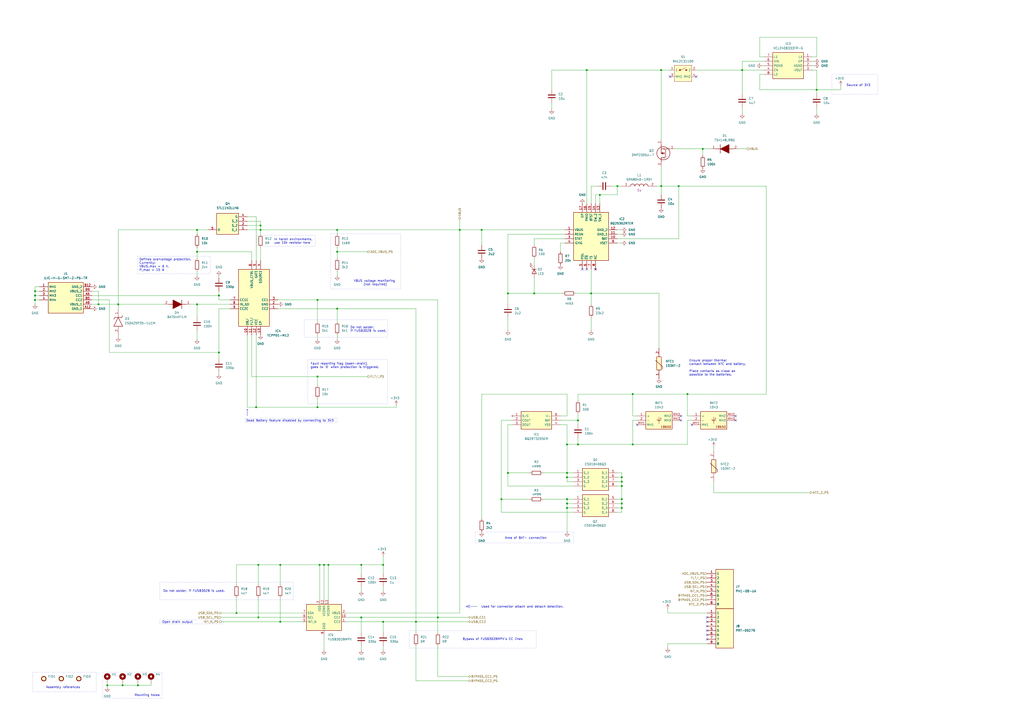
<source format=kicad_sch>
(kicad_sch (version 20231120) (generator "eeschema") (generator_version "8.0")
  (paper "A2")
  (lib_symbols
    (symbol "Device:C" (pin_numbers hide) (pin_names (offset 0.254))
      (property "Reference" "C" (at 0.635 2.54 0))
      (property "Value" "C" (at 0.635 -2.54 0))
      (symbol "C_1_1"
        (pin passive line (at 0 3.81 270) (length 2.794) (name "~") (number "1"))
        (pin passive line (at 0 -3.81 90) (length 2.794) (name "~") (number "2"))
      )
    )
    (symbol "Device:LED" (pin_numbers hide) (pin_names (offset 1.016) hide)
      (property "Reference" "D" (at 0 2.54 0))
      (property "Value" "LED" (at 0 -2.54 0))
      (symbol "LED_1_1"
        (pin passive line (at -3.81 0 0) (length 2.54) (name "K") (number "1"))
        (pin passive line (at 3.81 0 180) (length 2.54) (name "A") (number "2"))
      )
    )
    (symbol "Device:R" (pin_numbers hide) (pin_names (offset 0))
      (property "Reference" "R" (at 2.032 0 90))
      (property "Value" "R" (at 0 0 90))
      (symbol "R_1_1"
        (pin passive line (at 0 3.81 270) (length 1.27) (name "~") (number "1"))
        (pin passive line (at 0 -3.81 90) (length 1.27) (name "~") (number "2"))
      )
    )
    (symbol "Interface_USB:FUSB302BMPX"
      (property "Reference" "U" (at -10.16 8.89 0))
      (property "Value" "FUSB302BMPX" (at 3.81 8.89 0))
      (symbol "FUSB302BMPX_1_1"
        (pin bidirectional line (at 12.7 -2.54 180) (length 2.54) (name "CC2") (number "1"))
        (pin bidirectional line (at 12.7 0 180) (length 2.54) (name "CC1") (number "10"))
        (pin bidirectional line (at 12.7 0 180) (length 2.54) hide (name "CC1") (number "11"))
        (pin power_in line (at 0 10.16 270) (length 2.54) (name "VCONN") (number "12"))
        (pin power_in line (at 2.54 10.16 270) (length 2.54) (name "VCONN") (number "13"))
        (pin bidirectional line (at 12.7 -2.54 180) (length 2.54) hide (name "CC2") (number "14"))
        (pin passive line (at 0 -10.16 90) (length 2.54) hide (name "GND") (number "15"))
        (pin input line (at 12.7 2.54 180) (length 2.54) (name "VBUS") (number "2"))
        (pin power_in line (at -2.54 10.16 270) (length 2.54) (name "VDD") (number "3"))
        (pin passive line (at -2.54 10.16 270) (length 2.54) hide (name "VDD") (number "4"))
        (pin open_collector line (at -12.7 -2.54 0) (length 2.54) (name "INT_N") (number "5"))
        (pin input line (at -12.7 0 0) (length 2.54) (name "SCL") (number "6"))
        (pin bidirectional line (at -12.7 2.54 0) (length 2.54) (name "SDA") (number "7"))
        (pin power_in line (at 0 -10.16 90) (length 2.54) (name "GND") (number "8"))
        (pin passive line (at 0 -10.16 90) (length 2.54) hide (name "GND") (number "9"))
      )
    )
    (symbol "Mechanical:Fiducial" (exclude_from_sim yes) (in_bom no)
      (property "Reference" "FID" (at 0 5.08 0))
      (property "Value" "Fiducial" (at 0 3.175 0))
    )
    (symbol "Mechanical:MountingHole_Pad" (pin_numbers hide) (pin_names (offset 1.016) hide) (exclude_from_sim yes) (in_bom no)
      (property "Reference" "H" (at 0 6.35 0))
      (property "Value" "MountingHole_Pad" (at 0 4.445 0))
      (symbol "MountingHole_Pad_1_1"
        (pin input line (at 0 -2.54 90) (length 2.54) (name "1") (number "1"))
      )
    )
    (symbol "SamacSys_Parts:103AT-2" (pin_names hide)
      (property "Reference" "RT" (at 13.97 6.35 0))
      (property "Value" "103AT-2" (at 13.97 3.81 0))
      (symbol "103AT-2_1_1"
        (pin passive line (at 0 0 0) (length 5.08) (name "1") (number "1"))
        (pin passive line (at 17.78 0 180) (length 5.08) (name "2") (number "2"))
      )
    )
    (symbol "SamacSys_Parts:1043"
      (property "Reference" "U" (at 21.59 7.62 0))
      (property "Value" "1043" (at 21.59 5.08 0))
      (symbol "1043_1_1"
        (text "+" (at 13.716 -1.27 0) (effects (font (size 1 1))))
        (text "18650" (at 16.764 -6.35 0) (effects (font (size 1.27 1.27))))
        (pin passive line (at 0 0 0) (length 5.08) (name "+") (number "1"))
        (pin passive line (at 0 -2.54 0) (length 5.08) (name "-") (number "2"))
        (pin passive line (at 0 -5.08 0) (length 5.08) (name "MH1") (number "MH1"))
        (pin passive line (at 25.4 0 180) (length 5.08) (name "MH2") (number "MH2"))
        (pin passive line (at 25.4 -2.54 180) (length 5.08) (name "MH3") (number "MH3"))
      )
    )
    (symbol "SamacSys_Parts:BAT54KFILM" (pin_names hide)
      (property "Reference" "D" (at 11.43 5.08 0))
      (property "Value" "BAT54KFILM" (at 11.43 2.54 0))
      (symbol "BAT54KFILM_1_1"
        (pin passive line (at 0 0 0) (length 2.54) (name "K") (number "1"))
        (pin passive line (at 15.24 0 180) (length 2.54) (name "A") (number "2"))
      )
    )
    (symbol "SamacSys_Parts:BQ25302RTER"
      (property "Reference" "IC" (at 26.67 15.24 0))
      (property "Value" "BQ25302RTER" (at 26.67 12.7 0))
      (symbol "BQ25302RTER_1_1"
        (pin passive line (at 0 0 0) (length 5.08) (name "VBUS") (number "1"))
        (pin passive line (at 30.48 -5.08 180) (length 5.08) (name "BAT") (number "10"))
        (pin passive line (at 30.48 -2.54 180) (length 5.08) (name "GND_1") (number "11"))
        (pin passive line (at 30.48 0 180) (length 5.08) (name "GND_2") (number "12"))
        (pin passive line (at 20.32 15.24 270) (length 5.08) (name "SW_1") (number "13"))
        (pin passive line (at 17.78 15.24 270) (length 5.08) (name "SW_2") (number "14"))
        (pin passive line (at 15.24 15.24 270) (length 5.08) (name "BTST") (number "15"))
        (pin passive line (at 12.7 15.24 270) (length 5.08) (name "PMID") (number "16"))
        (pin passive line (at 10.16 15.24 270) (length 5.08) (name "EP") (number "17"))
        (pin passive line (at 0 -2.54 0) (length 5.08) (name "REGN") (number "2"))
        (pin passive line (at 0 -5.08 0) (length 5.08) (name "STAT") (number "3"))
        (pin passive line (at 0 -7.62 0) (length 5.08) (name "ICHG") (number "4"))
        (pin passive line (at 10.16 -22.86 90) (length 5.08) (name "POL") (number "5"))
        (pin passive line (at 12.7 -22.86 90) (length 5.08) (name "~{EN}") (number "6"))
        (pin passive line (at 15.24 -22.86 90) (length 5.08) (name "TS") (number "7"))
        (pin no_connect line (at 17.78 -22.86 90) (length 5.08) (name "NC") (number "8"))
        (pin passive line (at 30.48 -7.62 180) (length 5.08) (name "VSET") (number "9"))
      )
    )
    (symbol "SamacSys_Parts:BQ29732DSER"
      (property "Reference" "IC" (at 24.13 7.62 0))
      (property "Value" "BQ29732DSER" (at 24.13 5.08 0))
      (symbol "BQ29732DSER_1_1"
        (pin no_connect line (at 0 0 0) (length 5.08) (name "N/C") (number "1"))
        (pin output line (at 0 -2.54 0) (length 5.08) (name "COUT") (number "2"))
        (pin output line (at 0 -5.08 0) (length 5.08) (name "DOUT") (number "3"))
        (pin power_in line (at 27.94 -5.08 180) (length 5.08) (name "VSS") (number "4"))
        (pin power_in line (at 27.94 -2.54 180) (length 5.08) (name "BAT") (number "5"))
        (pin bidirectional line (at 27.94 0 180) (length 5.08) (name "V-") (number "6"))
      )
    )
    (symbol "SamacSys_Parts:CSD16406Q3"
      (property "Reference" "Q" (at 21.59 7.62 0))
      (property "Value" "CSD16406Q3" (at 21.59 5.08 0))
      (symbol "CSD16406Q3_1_1"
        (pin passive line (at 0 0 0) (length 5.08) (name "S_1") (number "1"))
        (pin passive line (at 0 -2.54 0) (length 5.08) (name "S_2") (number "2"))
        (pin passive line (at 0 -5.08 0) (length 5.08) (name "S_3") (number "3"))
        (pin passive line (at 0 -7.62 0) (length 5.08) (name "G") (number "4"))
        (pin passive line (at 25.4 0 180) (length 5.08) (name "D_1") (number "5"))
        (pin passive line (at 25.4 -2.54 180) (length 5.08) (name "D_2") (number "6"))
        (pin passive line (at 25.4 -5.08 180) (length 5.08) (name "D_3") (number "7"))
        (pin passive line (at 25.4 -7.62 180) (length 5.08) (name "D_4") (number "8"))
      )
    )
    (symbol "SamacSys_Parts:DMP2305U-7" (pin_names hide)
      (property "Reference" "Q" (at 11.43 3.81 0))
      (property "Value" "DMP2305U-7" (at 11.43 1.27 0))
      (symbol "DMP2305U-7_1_1"
        (pin passive line (at 0 0 0) (length 2.54) (name "G") (number "1"))
        (pin passive line (at 7.62 -5.08 90) (length 2.54) (name "S") (number "2"))
        (pin passive line (at 7.62 10.16 270) (length 2.54) (name "D") (number "3"))
      )
    )
    (symbol "SamacSys_Parts:ESDA25P35-1U1M" (pin_names hide)
      (property "Reference" "D" (at 10.16 8.89 0))
      (property "Value" "ESDA25P35-1U1M" (at 10.16 6.35 0))
      (symbol "ESDA25P35-1U1M_1_1"
        (pin passive line (at 0 0 0) (length 5.08) (name "K") (number "1"))
        (pin passive line (at 15.24 0 180) (length 5.08) (name "A") (number "2"))
      )
    )
    (symbol "SamacSys_Parts:PH1-08-UA"
      (property "Reference" "J" (at 16.51 7.62 0))
      (property "Value" "PH1-08-UA" (at 16.51 5.08 0))
      (symbol "PH1-08-UA_1_1"
        (pin passive line (at 0 0 0) (length 5.08) (name "1") (number "1"))
        (pin passive line (at 0 -2.54 0) (length 5.08) (name "2") (number "2"))
        (pin passive line (at 0 -5.08 0) (length 5.08) (name "3") (number "3"))
        (pin passive line (at 0 -7.62 0) (length 5.08) (name "4") (number "4"))
        (pin passive line (at 0 -10.16 0) (length 5.08) (name "5") (number "5"))
        (pin passive line (at 0 -12.7 0) (length 5.08) (name "6") (number "6"))
        (pin passive line (at 0 -15.24 0) (length 5.08) (name "7") (number "7"))
        (pin passive line (at 0 -17.78 0) (length 5.08) (name "8") (number "8"))
      )
    )
    (symbol "SamacSys_Parts:PRT-09279"
      (property "Reference" "J" (at 16.51 7.62 0))
      (property "Value" "PRT-09279" (at 16.51 5.08 0))
      (symbol "PRT-09279_1_1"
        (pin passive line (at 0 0 0) (length 5.08) (name "1") (number "1"))
        (pin passive line (at 0 -2.54 0) (length 5.08) (name "2") (number "2"))
        (pin passive line (at 0 -5.08 0) (length 5.08) (name "3") (number "3"))
        (pin passive line (at 0 -7.62 0) (length 5.08) (name "4") (number "4"))
        (pin passive line (at 0 -10.16 0) (length 5.08) (name "5") (number "5"))
        (pin passive line (at 0 -12.7 0) (length 5.08) (name "6") (number "6"))
        (pin passive line (at 0 -15.24 0) (length 5.08) (name "7") (number "7"))
        (pin passive line (at 0 -17.78 0) (length 5.08) (name "8") (number "8"))
      )
    )
    (symbol "SamacSys_Parts:SRN8040-1R0Y" (pin_names hide)
      (property "Reference" "L" (at 16.51 6.35 0))
      (property "Value" "SRN8040-1R0Y" (at 16.51 3.81 0))
      (symbol "SRN8040-1R0Y_1_1"
        (pin passive line (at 0 0 0) (length 5.08) (name "1") (number "1"))
        (pin passive line (at 20.32 0 180) (length 5.08) (name "2") (number "2"))
      )
    )
    (symbol "SamacSys_Parts:STL11N3LLH6"
      (property "Reference" "Q" (at 19.05 7.62 0))
      (property "Value" "STL11N3LLH6" (at 19.05 5.08 0))
      (symbol "STL11N3LLH6_1_1"
        (pin passive line (at 0 0 0) (length 5.08) (name "S_1") (number "1"))
        (pin passive line (at 0 -2.54 0) (length 5.08) (name "S_2") (number "2"))
        (pin passive line (at 0 -5.08 0) (length 5.08) (name "S_3") (number "3"))
        (pin passive line (at 0 -7.62 0) (length 5.08) (name "G") (number "4"))
        (pin passive line (at 22.86 0 180) (length 5.08) (name "D") (number "5"))
      )
    )
    (symbol "SamacSys_Parts:TCPP01-M12"
      (property "Reference" "IC" (at 24.13 15.24 0))
      (property "Value" "TCPP01-M12" (at 24.13 12.7 0))
      (symbol "TCPP01-M12_1_1"
        (pin passive line (at 0 0 0) (length 5.08) (name "CC2") (number "1"))
        (pin passive line (at 17.78 15.24 270) (length 5.08) (name "DB/") (number "10"))
        (pin passive line (at 15.24 15.24 270) (length 5.08) (name "FLT/") (number "11"))
        (pin passive line (at 12.7 15.24 270) (length 5.08) (name "VCC") (number "12"))
        (pin passive line (at 10.16 15.24 270) (length 5.08) (name "EP") (number "13"))
        (pin passive line (at 0 -2.54 0) (length 5.08) (name "GND") (number "2"))
        (pin passive line (at 0 -5.08 0) (length 5.08) (name "CC1") (number "3"))
        (pin passive line (at 10.16 -27.94 90) (length 5.08) (name "SOURCE") (number "4"))
        (pin passive line (at 12.7 -27.94 90) (length 5.08) (name "GATE") (number "5"))
        (pin passive line (at 15.24 -27.94 90) (length 5.08) (name "VBUS_CTRL") (number "6"))
        (pin passive line (at 27.94 -5.08 180) (length 5.08) (name "CC1C") (number "7"))
        (pin passive line (at 27.94 -2.54 180) (length 5.08) (name "IN_GD") (number "8"))
        (pin passive line (at 27.94 0 180) (length 5.08) (name "CC2C") (number "9"))
      )
    )
    (symbol "SamacSys_Parts:TS4148_RBG" (pin_names hide)
      (property "Reference" "D" (at 11.43 5.08 0))
      (property "Value" "TS4148_RBG" (at 11.43 2.54 0))
      (symbol "TS4148_RBG_1_1"
        (pin passive line (at 0 0 0) (length 2.54) (name "K") (number "1"))
        (pin passive line (at 15.24 0 180) (length 2.54) (name "A") (number "2"))
      )
    )
    (symbol "SamacSys_Parts:UJC-H-G-SMT-2-P6-TR"
      (property "Reference" "J" (at 26.67 7.62 0))
      (property "Value" "UJC-H-G-SMT-2-P6-TR" (at 26.67 5.08 0))
      (symbol "UJC-H-G-SMT-2-P6-TR_1_1"
        (pin passive line (at 0 0 0) (length 5.08) (name "MH1") (number "1"))
        (pin passive line (at 0 -2.54 0) (length 5.08) (name "MH2") (number "2"))
        (pin passive line (at 0 -5.08 0) (length 5.08) (name "MH3") (number "3"))
        (pin passive line (at 0 -7.62 0) (length 5.08) (name "MH4") (number "4"))
        (pin passive line (at 30.48 -12.7 180) (length 5.08) (name "GND_1") (number "A12"))
        (pin passive line (at 30.48 -5.08 180) (length 5.08) (name "CC1") (number "A5"))
        (pin passive line (at 30.48 -10.16 180) (length 5.08) (name "VBUS_1") (number "A9"))
        (pin passive line (at 30.48 0 180) (length 5.08) (name "GND_2") (number "B12"))
        (pin passive line (at 30.48 -7.62 180) (length 5.08) (name "CC2") (number "B5"))
        (pin passive line (at 30.48 -2.54 180) (length 5.08) (name "VBUS_2") (number "B9"))
      )
    )
    (symbol "SamacSys_Parts:XCL240B333FR-G"
      (property "Reference" "IC3" (at 13.97 -17.78 0))
      (property "Value" "XCL240B333FR-G" (at 13.97 -15.24 0))
      (symbol "XCL240B333FR-G_1_1"
        (pin passive line (at 27.94 0 180) (length 5.08) (name "LX") (number "1"))
        (pin passive line (at 27.94 -5.08 180) (length 5.08) (name "AGND") (number "2"))
        (pin passive line (at 27.94 -7.62 180) (length 5.08) (name "VOUT") (number "3"))
        (pin passive line (at 0 -7.62 0) (length 5.08) (name "EN") (number "4"))
        (pin passive line (at 0 -5.08 0) (length 5.08) (name "PGND") (number "5"))
        (pin passive line (at 0 -2.54 0) (length 5.08) (name "VIN") (number "6"))
        (pin passive line (at 0 0 0) (length 5.08) (name "L1") (number "7"))
        (pin passive line (at 0 -10.16 0) (length 5.08) (name "L2") (number "8"))
        (pin passive line (at 27.94 -2.54 180) (length 5.08) (name "EP") (number "9"))
      )
    )
    (symbol "power:+3V3" (power) (pin_numbers hide) (pin_names (offset 0) hide)
      (property "Value" "+3V3" (at 0 3.556 0))
      (symbol "+3V3_1_1"
        (pin power_in line (at 0 0 90) (length 0) (name "~") (number "1"))
      )
    )
    (symbol "power:GND" (power) (pin_numbers hide) (pin_names (offset 0) hide)
      (property "Value" "GND" (at 0 -3.81 0))
      (symbol "GND_1_1"
        (pin power_in line (at 0 0 270) (length 0) (name "~") (number "1"))
      )
    )
    (symbol "schematic_symbols:RA12131100"
      (property "Reference" "S" (at 0 4.318 0))
      (property "Value" "RA12131100" (at 0 -9.906 0))
      (symbol "RA12131100_0_0"
        (pin passive line (at -7.62 0 0) (length 2.54) (name "1") (number "1"))
        (pin passive line (at 7.62 0 180) (length 2.54) (name "2") (number "2"))
      )
      (symbol "RA12131100_1_1"
        (pin passive line (at -7.62 -3.81 0) (length 2.54) (name "MH1") (number "3"))
        (pin passive line (at 7.62 -3.81 180) (length 2.54) (name "MH2") (number "4"))
      )
    )
  )
  (junction (at 254 358.14))
  (junction (at 20.32 171.45))
  (junction (at 335.28 257.81))
  (junction (at 294.64 170.18))
  (junction (at 62.23 397.51))
  (junction (at 149.86 358.14))
  (junction (at 114.3 176.53))
  (junction (at 209.55 358.14))
  (junction (at 328.93 276.86))
  (junction (at 340.36 40.64))
  (junction (at 114.3 146.05))
  (junction (at 148.59 236.22))
  (junction (at 360.68 292.1))
  (junction (at 162.56 327.66))
  (junction (at 127 171.45))
  (junction (at 127 204.47))
  (junction (at 360.68 279.4))
  (junction (at 71.12 397.51))
  (junction (at 360.68 294.64))
  (junction (at 367.03 257.81))
  (junction (at 222.25 327.66))
  (junction (at 241.3 360.68))
  (junction (at 195.58 146.05))
  (junction (at 383.54 40.64))
  (junction (at 335.28 243.84))
  (junction (at 328.93 292.1))
  (junction (at 407.67 86.36))
  (junction (at 162.56 360.68))
  (junction (at 114.3 133.35))
  (junction (at 184.15 236.22))
  (junction (at 360.68 276.86))
  (junction (at 367.03 228.6))
  (junction (at 309.88 170.18))
  (junction (at 190.5 327.66))
  (junction (at 473.71 52.07))
  (junction (at 360.68 281.94))
  (junction (at 266.7 133.35))
  (junction (at 393.7 107.95))
  (junction (at 68.58 176.53))
  (junction (at 209.55 327.66))
  (junction (at 328.93 257.81))
  (junction (at 151.13 133.35))
  (junction (at 328.93 289.56))
  (junction (at 195.58 133.35))
  (junction (at 185.42 327.66))
  (junction (at 398.78 228.6))
  (junction (at 137.16 355.6))
  (junction (at 149.86 327.66))
  (junction (at 151.13 130.81))
  (junction (at 342.9 170.18))
  (junction (at 328.93 274.32))
  (junction (at 222.25 360.68))
  (junction (at 57.15 176.53))
  (junction (at 20.32 173.99))
  (junction (at 360.68 289.56))
  (junction (at 383.54 107.95))
  (junction (at 20.32 168.91))
  (junction (at 290.83 289.56))
  (junction (at 187.96 327.66))
  (junction (at 80.01 397.51))
  (junction (at 328.93 294.64))
  (junction (at 430.53 40.64))
  (junction (at 358.14 107.95))
  (junction (at 184.15 173.99))
  (junction (at 184.15 218.44))
  (junction (at 347.98 113.03))
  (junction (at 279.4 133.35))
  (junction (at 294.64 274.32))
  (junction (at 195.58 179.07))
  (no_connect (at 401.32 246.38))
  (no_connect (at 394.97 241.3))
  (no_connect (at 340.36 156.21))
  (no_connect (at 410.21 358.14))
  (no_connect (at 337.82 156.21))
  (no_connect (at 426.72 243.84))
  (no_connect (at 369.57 246.38))
  (no_connect (at 388.62 44.45))
  (no_connect (at 426.72 241.3))
  (no_connect (at 410.21 370.84))
  (no_connect (at 403.86 44.45))
  (no_connect (at 410.21 363.22))
  (no_connect (at 394.97 243.84))
  (no_connect (at 410.21 360.68))
  (no_connect (at 410.21 365.76))
  (no_connect (at 345.44 156.21))
  (no_connect (at 410.21 368.3))
  (wire (pts (xy 335.28 257.81) (xy 367.03 257.81)))
  (wire (pts (xy 184.15 218.44) (xy 184.15 223.52)))
  (wire (pts (xy 151.13 133.35) (xy 195.58 133.35)))
  (wire (pts (xy 222.25 360.68) (xy 241.3 360.68)))
  (wire (pts (xy 184.15 218.44) (xy 213.36 218.44)))
  (wire (pts (xy 358.14 133.35) (xy 360.68 133.35)))
  (wire (pts (xy 57.15 168.91) (xy 53.34 168.91)))
  (wire (pts (xy 127 204.47) (xy 127 208.28)))
  (wire (pts (xy 149.86 327.66) (xy 162.56 327.66)))
  (wire (pts (xy 473.71 52.07) (xy 487.68 52.07)))
  (wire (pts (xy 57.15 168.91) (xy 57.15 176.53)))
  (wire (pts (xy 473.71 40.64) (xy 473.71 52.07)))
  (wire (pts (xy 185.42 327.66) (xy 185.42 347.98)))
  (wire (pts (xy 444.5 107.95) (xy 444.5 228.6)))
  (wire (pts (xy 148.59 125.73) (xy 143.51 125.73)))
  (wire (pts (xy 342.9 156.21) (xy 342.9 170.18)))
  (wire (pts (xy 162.56 346.71) (xy 162.56 360.68)))
  (wire (pts (xy 473.71 33.02) (xy 471.17 33.02)))
  (wire (pts (xy 328.93 292.1) (xy 328.93 294.64)))
  (wire (pts (xy 360.68 274.32) (xy 360.68 276.86)))
  (wire (pts (xy 128.27 355.6) (xy 137.16 355.6)))
  (wire (pts (xy 328.93 289.56) (xy 332.74 289.56)))
  (wire (pts (xy 80.01 397.51) (xy 71.12 397.51)))
  (wire (pts (xy 162.56 360.68) (xy 175.26 360.68)))
  (wire (pts (xy 127 160.02) (xy 127 161.29)))
  (wire (pts (xy 184.15 194.31) (xy 184.15 196.85)))
  (wire (pts (xy 360.68 135.89) (xy 358.14 135.89)))
  (wire (pts (xy 328.93 274.32) (xy 332.74 274.32)))
  (wire (pts (xy 254 173.99) (xy 254 358.14)))
  (wire (pts (xy 335.28 240.03) (xy 335.28 243.84)))
  (wire (pts (xy 222.25 340.36) (xy 222.25 342.9)))
  (wire (pts (xy 222.25 374.65) (xy 222.25 377.19)))
  (wire (pts (xy 440.69 43.18) (xy 440.69 52.07)))
  (wire (pts (xy 401.32 243.84) (xy 398.78 243.84)))
  (wire (pts (xy 328.93 257.81) (xy 328.93 274.32)))
  (wire (pts (xy 294.64 135.89) (xy 294.64 170.18)))
  (wire (pts (xy 440.69 21.59) (xy 440.69 33.02)))
  (wire (pts (xy 151.13 133.35) (xy 151.13 135.89)))
  (wire (pts (xy 266.7 127) (xy 266.7 133.35)))
  (wire (pts (xy 387.35 355.6) (xy 410.21 355.6)))
  (wire (pts (xy 290.83 289.56) (xy 290.83 243.84)))
  (wire (pts (xy 114.3 157.48) (xy 114.3 160.02)))
  (wire (pts (xy 441.96 38.1) (xy 443.23 38.1)))
  (wire (pts (xy 414.02 259.08) (xy 414.02 261.62)))
  (wire (pts (xy 383.54 107.95) (xy 383.54 113.03)))
  (wire (pts (xy 195.58 179.07) (xy 161.29 179.07)))
  (wire (pts (xy 335.28 243.84) (xy 335.28 246.38)))
  (wire (pts (xy 332.74 297.18) (xy 290.83 297.18)))
  (wire (pts (xy 354.33 107.95) (xy 358.14 107.95)))
  (wire (pts (xy 367.03 228.6) (xy 398.78 228.6)))
  (wire (pts (xy 222.25 322.58) (xy 222.25 327.66)))
  (wire (pts (xy 279.4 300.99) (xy 279.4 228.6)))
  (wire (pts (xy 151.13 128.27) (xy 143.51 128.27)))
  (wire (pts (xy 190.5 327.66) (xy 190.5 347.98)))
  (wire (pts (xy 294.64 274.32) (xy 294.64 246.38)))
  (wire (pts (xy 195.58 133.35) (xy 266.7 133.35)))
  (wire (pts (xy 114.3 143.51) (xy 114.3 146.05)))
  (wire (pts (xy 87.63 397.51) (xy 80.01 397.51)))
  (wire (pts (xy 358.14 279.4) (xy 360.68 279.4)))
  (wire (pts (xy 443.23 40.64) (xy 430.53 40.64)))
  (wire (pts (xy 358.14 281.94) (xy 360.68 281.94)))
  (wire (pts (xy 407.67 86.36) (xy 412.75 86.36)))
  (wire (pts (xy 342.9 107.95) (xy 346.71 107.95)))
  (wire (pts (xy 114.3 133.35) (xy 114.3 135.89)))
  (wire (pts (xy 335.28 228.6) (xy 367.03 228.6)))
  (wire (pts (xy 200.66 355.6) (xy 266.7 355.6)))
  (wire (pts (xy 358.14 297.18) (xy 360.68 297.18)))
  (wire (pts (xy 200.66 360.68) (xy 222.25 360.68)))
  (wire (pts (xy 62.23 396.24) (xy 62.23 397.51)))
  (wire (pts (xy 195.58 179.07) (xy 241.3 179.07)))
  (wire (pts (xy 195.58 179.07) (xy 195.58 186.69)))
  (wire (pts (xy 254 358.14) (xy 271.78 358.14)))
  (wire (pts (xy 440.69 52.07) (xy 473.71 52.07)))
  (wire (pts (xy 241.3 360.68) (xy 241.3 367.03)))
  (wire (pts (xy 430.53 35.56) (xy 443.23 35.56)))
  (wire (pts (xy 407.67 90.17) (xy 407.67 86.36)))
  (wire (pts (xy 190.5 327.66) (xy 187.96 327.66)))
  (wire (pts (xy 414.02 285.75) (xy 469.9 285.75)))
  (wire (pts (xy 360.68 297.18) (xy 360.68 294.64)))
  (wire (pts (xy 360.68 107.95) (xy 358.14 107.95)))
  (wire (pts (xy 137.16 355.6) (xy 175.26 355.6)))
  (wire (pts (xy 382.27 170.18) (xy 382.27 201.93)))
  (wire (pts (xy 340.36 40.64) (xy 340.36 118.11)))
  (wire (pts (xy 328.93 257.81) (xy 335.28 257.81)))
  (wire (pts (xy 120.65 133.35) (xy 114.3 133.35)))
  (wire (pts (xy 110.49 176.53) (xy 114.3 176.53)))
  (wire (pts (xy 187.96 327.66) (xy 185.42 327.66)))
  (wire (pts (xy 184.15 173.99) (xy 161.29 173.99)))
  (wire (pts (xy 328.93 276.86) (xy 328.93 274.32)))
  (wire (pts (xy 443.23 43.18) (xy 440.69 43.18)))
  (wire (pts (xy 473.71 52.07) (xy 473.71 54.61)))
  (wire (pts (xy 241.3 394.97) (xy 241.3 374.65)))
  (wire (pts (xy 184.15 236.22) (xy 229.87 236.22)))
  (wire (pts (xy 266.7 133.35) (xy 279.4 133.35)))
  (wire (pts (xy 433.07 86.36) (xy 427.99 86.36)))
  (wire (pts (xy 63.5 204.47) (xy 127 204.47)))
  (wire (pts (xy 487.68 49.53) (xy 487.68 52.07)))
  (wire (pts (xy 184.15 173.99) (xy 184.15 186.69)))
  (wire (pts (xy 20.32 173.99) (xy 22.86 173.99)))
  (wire (pts (xy 358.14 289.56) (xy 360.68 289.56)))
  (wire (pts (xy 328.93 279.4) (xy 328.93 276.86)))
  (wire (pts (xy 440.69 33.02) (xy 443.23 33.02)))
  (wire (pts (xy 279.4 228.6) (xy 328.93 228.6)))
  (wire (pts (xy 137.16 327.66) (xy 149.86 327.66)))
  (wire (pts (xy 137.16 346.71) (xy 137.16 355.6)))
  (wire (pts (xy 184.15 231.14) (xy 184.15 236.22)))
  (wire (pts (xy 325.12 241.3) (xy 328.93 241.3)))
  (wire (pts (xy 358.14 294.64) (xy 360.68 294.64)))
  (wire (pts (xy 68.58 194.31) (xy 68.58 195.58)))
  (wire (pts (xy 387.35 375.92) (xy 387.35 373.38)))
  (wire (pts (xy 358.14 274.32) (xy 360.68 274.32)))
  (wire (pts (xy 279.4 133.35) (xy 279.4 142.24)))
  (wire (pts (xy 383.54 107.95) (xy 393.7 107.95)))
  (wire (pts (xy 367.03 243.84) (xy 367.03 257.81)))
  (wire (pts (xy 360.68 292.1) (xy 360.68 294.64)))
  (wire (pts (xy 297.18 243.84) (xy 290.83 243.84)))
  (wire (pts (xy 209.55 327.66) (xy 209.55 332.74)))
  (wire (pts (xy 309.88 138.43) (xy 327.66 138.43)))
  (wire (pts (xy 328.93 289.56) (xy 328.93 292.1)))
  (wire (pts (xy 320.04 59.69) (xy 320.04 63.5)))
  (wire (pts (xy 383.54 40.64) (xy 383.54 81.28)))
  (wire (pts (xy 127 168.91) (xy 127 171.45)))
  (wire (pts (xy 320.04 52.07) (xy 320.04 40.64)))
  (wire (pts (xy 254 392.43) (xy 254 374.65)))
  (wire (pts (xy 328.93 276.86) (xy 332.74 276.86)))
  (wire (pts (xy 57.15 176.53) (xy 68.58 176.53)))
  (wire (pts (xy 162.56 327.66) (xy 185.42 327.66)))
  (wire (pts (xy 209.55 327.66) (xy 190.5 327.66)))
  (wire (pts (xy 345.44 118.11) (xy 345.44 113.03)))
  (wire (pts (xy 80.01 396.24) (xy 80.01 397.51)))
  (wire (pts (xy 68.58 176.53) (xy 68.58 179.07)))
  (wire (pts (xy 222.25 327.66) (xy 209.55 327.66)))
  (wire (pts (xy 53.34 176.53) (xy 57.15 176.53)))
  (wire (pts (xy 369.57 243.84) (xy 367.03 243.84)))
  (wire (pts (xy 358.14 107.95) (xy 358.14 113.03)))
  (wire (pts (xy 307.34 289.56) (xy 290.83 289.56)))
  (wire (pts (xy 127 173.99) (xy 133.35 173.99)))
  (wire (pts (xy 62.23 398.78) (xy 62.23 397.51)))
  (wire (pts (xy 345.44 113.03) (xy 347.98 113.03)))
  (wire (pts (xy 254 358.14) (xy 254 367.03)))
  (wire (pts (xy 391.16 86.36) (xy 407.67 86.36)))
  (wire (pts (xy 383.54 96.52) (xy 383.54 107.95)))
  (wire (pts (xy 325.12 243.84) (xy 335.28 243.84)))
  (wire (pts (xy 162.56 327.66) (xy 162.56 339.09)))
  (wire (pts (xy 146.05 218.44) (xy 184.15 218.44)))
  (wire (pts (xy 358.14 113.03) (xy 347.98 113.03)))
  (wire (pts (xy 294.64 184.15) (xy 294.64 191.77)))
  (wire (pts (xy 149.86 358.14) (xy 175.26 358.14)))
  (wire (pts (xy 471.17 35.56) (xy 472.44 35.56)))
  (wire (pts (xy 114.3 196.85) (xy 114.3 191.77)))
  (wire (pts (xy 254 392.43) (xy 271.78 392.43)))
  (wire (pts (xy 128.27 360.68) (xy 162.56 360.68)))
  (wire (pts (xy 20.32 173.99) (xy 20.32 176.53)))
  (wire (pts (xy 393.7 138.43) (xy 393.7 107.95)))
  (wire (pts (xy 314.96 289.56) (xy 328.93 289.56)))
  (wire (pts (xy 309.88 170.18) (xy 326.39 170.18)))
  (wire (pts (xy 209.55 374.65) (xy 209.55 377.19)))
  (wire (pts (xy 369.57 241.3) (xy 367.03 241.3)))
  (wire (pts (xy 401.32 241.3) (xy 398.78 241.3)))
  (wire (pts (xy 430.53 66.04) (xy 430.53 62.23)))
  (wire (pts (xy 393.7 107.95) (xy 444.5 107.95)))
  (wire (pts (xy 320.04 40.64) (xy 340.36 40.64)))
  (wire (pts (xy 195.58 146.05) (xy 195.58 149.86)))
  (wire (pts (xy 114.3 176.53) (xy 133.35 176.53)))
  (wire (pts (xy 314.96 274.32) (xy 328.93 274.32)))
  (wire (pts (xy 127 171.45) (xy 127 173.99)))
  (wire (pts (xy 360.68 281.94) (xy 360.68 289.56)))
  (wire (pts (xy 151.13 143.51) (xy 151.13 151.13)))
  (wire (pts (xy 184.15 173.99) (xy 254 173.99)))
  (wire (pts (xy 53.34 173.99) (xy 63.5 173.99)))
  (wire (pts (xy 209.55 358.14) (xy 254 358.14)))
  (wire (pts (xy 294.64 246.38) (xy 297.18 246.38)))
  (wire (pts (xy 209.55 340.36) (xy 209.55 342.9)))
  (wire (pts (xy 328.93 246.38) (xy 325.12 246.38)))
  (wire (pts (xy 209.55 358.14) (xy 200.66 358.14)))
  (wire (pts (xy 22.86 166.37) (xy 20.32 166.37)))
  (wire (pts (xy 187.96 377.19) (xy 187.96 368.3)))
  (wire (pts (xy 290.83 297.18) (xy 290.83 289.56)))
  (wire (pts (xy 148.59 194.31) (xy 148.59 236.22)))
  (wire (pts (xy 383.54 107.95) (xy 381 107.95)))
  (wire (pts (xy 471.17 40.64) (xy 473.71 40.64)))
  (wire (pts (xy 334.01 170.18) (xy 342.9 170.18)))
  (wire (pts (xy 62.23 397.51) (xy 71.12 397.51)))
  (wire (pts (xy 146.05 151.13) (xy 146.05 146.05)))
  (wire (pts (xy 20.32 171.45) (xy 20.32 173.99)))
  (wire (pts (xy 347.98 113.03) (xy 347.98 118.11)))
  (wire (pts (xy 195.58 194.31) (xy 195.58 196.85)))
  (wire (pts (xy 309.88 161.29) (xy 309.88 170.18)))
  (wire (pts (xy 53.34 171.45) (xy 127 171.45)))
  (wire (pts (xy 328.93 246.38) (xy 328.93 257.81)))
  (polyline (pts (xy 143.51 237.49) (xy 143.51 241.3)))
  (wire (pts (xy 358.14 292.1) (xy 360.68 292.1)))
  (wire (pts (xy 430.53 40.64) (xy 430.53 35.56)))
  (wire (pts (xy 473.71 33.02) (xy 473.71 21.59)))
  (wire (pts (xy 114.3 176.53) (xy 114.3 184.15)))
  (wire (pts (xy 20.32 166.37) (xy 20.32 168.91)))
  (wire (pts (xy 430.53 54.61) (xy 430.53 40.64)))
  (wire (pts (xy 279.4 133.35) (xy 327.66 133.35)))
  (wire (pts (xy 332.74 279.4) (xy 328.93 279.4)))
  (wire (pts (xy 398.78 228.6) (xy 444.5 228.6)))
  (wire (pts (xy 127 215.9) (xy 127 217.17)))
  (wire (pts (xy 128.27 358.14) (xy 149.86 358.14)))
  (wire (pts (xy 325.12 140.97) (xy 327.66 140.97)))
  (wire (pts (xy 387.35 373.38) (xy 410.21 373.38)))
  (wire (pts (xy 209.55 367.03) (xy 209.55 358.14)))
  (wire (pts (xy 360.68 289.56) (xy 360.68 292.1)))
  (wire (pts (xy 71.12 396.24) (xy 71.12 397.51)))
  (wire (pts (xy 294.64 274.32) (xy 307.34 274.32)))
  (wire (pts (xy 332.74 292.1) (xy 328.93 292.1)))
  (wire (pts (xy 184.15 236.22) (xy 148.59 236.22)))
  (wire (pts (xy 387.35 353.06) (xy 387.35 355.6)))
  (wire (pts (xy 195.58 135.89) (xy 195.58 133.35)))
  (wire (pts (xy 146.05 194.31) (xy 146.05 218.44)))
  (wire (pts (xy 360.68 276.86) (xy 360.68 279.4)))
  (wire (pts (xy 229.87 234.95) (xy 229.87 236.22)))
  (wire (pts (xy 68.58 133.35) (xy 114.3 133.35)))
  (wire (pts (xy 294.64 135.89) (xy 327.66 135.89)))
  (wire (pts (xy 149.86 346.71) (xy 149.86 358.14)))
  (wire (pts (xy 358.14 276.86) (xy 360.68 276.86)))
  (wire (pts (xy 149.86 327.66) (xy 149.86 339.09)))
  (wire (pts (xy 114.3 146.05) (xy 114.3 149.86)))
  (wire (pts (xy 146.05 146.05) (xy 114.3 146.05)))
  (wire (pts (xy 325.12 146.05) (xy 325.12 140.97)))
  (wire (pts (xy 266.7 133.35) (xy 266.7 355.6)))
  (wire (pts (xy 383.54 40.64) (xy 340.36 40.64)))
  (wire (pts (xy 294.64 170.18) (xy 294.64 176.53)))
  (wire (pts (xy 383.54 40.64) (xy 388.62 40.64)))
  (wire (pts (xy 151.13 128.27) (xy 151.13 130.81)))
  (wire (pts (xy 342.9 170.18) (xy 382.27 170.18)))
  (wire (pts (xy 20.32 171.45) (xy 22.86 171.45)))
  (wire (pts (xy 358.14 140.97) (xy 360.68 140.97)))
  (wire (pts (xy 403.86 40.64) (xy 430.53 40.64)))
  (wire (pts (xy 332.74 281.94) (xy 294.64 281.94)))
  (wire (pts (xy 398.78 241.3) (xy 398.78 228.6)))
  (polyline (pts (xy 270.51 351.79) (xy 276.86 351.79)))
  (wire (pts (xy 309.88 142.24) (xy 309.88 138.43)))
  (wire (pts (xy 151.13 130.81) (xy 151.13 133.35)))
  (wire (pts (xy 342.9 176.53) (xy 342.9 170.18)))
  (wire (pts (xy 309.88 170.18) (xy 294.64 170.18)))
  (wire (pts (xy 222.25 327.66) (xy 222.25 332.74)))
  (wire (pts (xy 342.9 118.11) (xy 342.9 107.95)))
  (wire (pts (xy 137.16 339.09) (xy 137.16 327.66)))
  (wire (pts (xy 473.71 21.59) (xy 440.69 21.59)))
  (wire (pts (xy 143.51 133.35) (xy 151.13 133.35)))
  (wire (pts (xy 68.58 133.35) (xy 68.58 176.53)))
  (wire (pts (xy 20.32 168.91) (xy 20.32 171.45)))
  (wire (pts (xy 127 179.07) (xy 127 204.47)))
  (wire (pts (xy 87.63 396.24) (xy 87.63 397.51)))
  (wire (pts (xy 241.3 394.97) (xy 271.78 394.97)))
  (wire (pts (xy 367.03 257.81) (xy 398.78 257.81)))
  (wire (pts (xy 68.58 176.53) (xy 95.25 176.53)))
  (wire (pts (xy 20.32 168.91) (xy 22.86 168.91)))
  (wire (pts (xy 473.71 66.04) (xy 473.71 62.23)))
  (wire (pts (xy 187.96 327.66) (xy 187.96 347.98)))
  (wire (pts (xy 148.59 125.73) (xy 148.59 151.13)))
  (wire (pts (xy 367.03 228.6) (xy 367.03 241.3)))
  (wire (pts (xy 127 179.07) (xy 133.35 179.07)))
  (wire (pts (xy 63.5 173.99) (xy 63.5 204.47)))
  (wire (pts (xy 143.51 194.31) (xy 143.51 236.22)))
  (wire (pts (xy 195.58 157.48) (xy 195.58 160.02)))
  (wire (pts (xy 398.78 243.84) (xy 398.78 257.81)))
  (wire (pts (xy 241.3 360.68) (xy 271.78 360.68)))
  (wire (pts (xy 335.28 254) (xy 335.28 257.81)))
  (wire (pts (xy 294.64 274.32) (xy 294.64 281.94)))
  (wire (pts (xy 328.93 294.64) (xy 328.93 308.61)))
  (wire (pts (xy 222.25 360.68) (xy 222.25 367.03)))
  (wire (pts (xy 472.44 38.1) (xy 471.17 38.1)))
  (wire (pts (xy 309.88 149.86) (xy 309.88 153.67)))
  (wire (pts (xy 414.02 285.75) (xy 414.02 279.4)))
  (wire (pts (xy 241.3 179.07) (xy 241.3 360.68)))
  (wire (pts (xy 143.51 236.22) (xy 148.59 236.22)))
  (wire (pts (xy 358.14 138.43) (xy 393.7 138.43)))
  (wire (pts (xy 335.28 228.6) (xy 335.28 232.41)))
  (wire (pts (xy 328.93 228.6) (xy 328.93 241.3)))
  (wire (pts (xy 143.51 130.81) (xy 151.13 130.81)))
  (wire (pts (xy 195.58 143.51) (xy 195.58 146.05)))
  (wire (pts (xy 360.68 279.4) (xy 360.68 281.94)))
  (wire (pts (xy 342.9 184.15) (xy 342.9 191.77)))
  (wire (pts (xy 195.58 146.05) (xy 213.36 146.05)))
  (wire (pts (xy 332.74 294.64) (xy 328.93 294.64)))
  (rectangle (start 237.49 365.76) (end 311.15 375.92) (stroke (width 0) (type dot)))
  (rectangle (start 59.69 389.89) (end 93.98 405.13) (stroke (width 0) (type dot)))
  (rectangle (start 142.24 242.57) (end 195.58 245.11) (stroke (width 0) (type dot)))
  (rectangle (start 149.098 136.525) (end 182.88 142.875) (stroke (width 0) (type dot)))
  (rectangle (start 176.53 185.42) (end 224.79 195.58) (stroke (width 0) (type dot)))
  (rectangle (start 178.562 208.534) (end 224.79 234.188) (stroke (width 0) (type dot)))
  (rectangle (start 191.77 135.636) (end 232.41 167.64) (stroke (width 0) (type dot)))
  (rectangle (start 19.05 389.89) (end 55.88 401.32) (stroke (width 0) (type dot)))
  (rectangle (start 482.6 43.18) (end 509.27 54.61) (stroke (width 0) (type dot)))
  (rectangle (start 92.71 337.82) (end 170.18 347.98) (stroke (width 0) (type dot)))
  (rectangle (start 79.756 148.59) (end 121.92 158.75) (stroke (width 0) (type dot)))
  (rectangle (start 92.71 359.41) (end 129.54 361.95) (stroke (width 0) (type dot)))
  (rectangle (start 275.59 308.61) (end 332.74 314.96) (stroke (width 0) (type dot)))
  (text "Open drain output " (at 103.378 360.934 0) (effects (font (size 1.27 1.27))))
  (text "Do not solder, if FUSB302B is used." (at 112.522 342.9 0) (effects (font (size 1.27 1.27))))
  (text "Ensure proper thermal \ncontact between NTC and battery.\n\nPlace contacts as close as \npossible to the batteries." (at 399.796 213.36 0) (effects (font (size 1.27 1.27)) (justify left)))
  (text "Dead Battery feature disabled by connecting to 3V3" (at 142.748 244.094 0) (effects (font (size 1.27 1.27)) (justify left)))
  (text "Mounting holes" (at 85.344 403.352 0) (effects (font (size 1.27 1.27))))
  (text "VBUS voltage monitoring \n(not required)" (at 217.678 164.084 0) (effects (font (size 1.27 1.27))))
  (text "Area of BAT- connection" (at 292.862 312.166 0) (effects (font (size 1.27 1.27)) (justify left)))
  (text "^" (at 142.748 239.014 0) (effects (font (size 2.3 2.3)) (justify left)))
  (text "Defines overvoltage protection. \nCurrently: \nVBUS_max = 6 V, \nP_max = 15 W" (at 80.772 153.67 0) (effects (font (size 1.27 1.27)) (justify left)))
  (text "Bypass of FUSB302BMPX's CC lines " (at 286.258 370.84 0) (effects (font (size 1.27 1.27))))
  (text "In harsh environments, \nuse 10k resistor here" (at 159.004 139.954 0) (effects (font (size 1.27 1.27)) (justify left)))
  (text "Used for connector attach and detach detection." (at 303.022 352.044 0) (effects (font (size 1.27 1.27))))
  (text "Do not solder, \nif FUSB302B is used." (at 203.2 191.008 0) (effects (font (size 1.27 1.27)) (justify left)))
  (text "<" (at 271.526 351.79 0) (effects (font (size 3 3))))
  (text "Assembly references" (at 36.576 398.78 0) (effects (font (size 1.27 1.27))))
  (text "Fault reporting flag (open-drain), \ngoes to '0' when protection is triggered." (at 180.086 212.09 0) (effects (font (size 1.27 1.27)) (justify left)))
  (text "Source of 3V3" (at 490.982 49.53 0) (effects (font (size 1.27 1.27)) (justify left)))
  (hierarchical_label "USB_CC2" (shape bidirectional) (at 271.78 360.68 0))
  (hierarchical_label "BYPASS_CC1_PS" (shape bidirectional) (at 410.21 345.44 180))
  (hierarchical_label "NTC_2_PS" (shape output) (at 469.9 285.75 0))
  (hierarchical_label "BYPASS_CC1_PS" (shape bidirectional) (at 271.78 392.43 0))
  (hierarchical_label "INT_N_PS" (shape output) (at 128.27 360.68 180))
  (hierarchical_label "USB_SDA_PS" (shape bidirectional) (at 410.21 337.82 180))
  (hierarchical_label "USB_SCL_PS" (shape output) (at 410.21 340.36 180))
  (hierarchical_label "FLT{slash}_PS" (shape input) (at 410.21 335.28 180))
  (hierarchical_label "USB_SCL_PS" (shape input) (at 128.27 358.14 180))
  (hierarchical_label "BYPASS_CC2_PS" (shape bidirectional) (at 410.21 347.98 180))
  (hierarchical_label "ADC_VBUS_PS" (shape output) (at 213.36 146.05 0))
  (hierarchical_label "USB_SDA_PS" (shape bidirectional) (at 128.27 355.6 180))
  (hierarchical_label "USB_CC1" (shape bidirectional) (at 271.78 358.14 0))
  (hierarchical_label "VBUS" (shape input) (at 433.07 86.36 0))
  (hierarchical_label "VBUS" (shape output) (at 266.7 127 90))
  (hierarchical_label "NTC_2_PS" (shape output) (at 410.21 350.52 180))
  (hierarchical_label "FLT{slash}_PS" (shape output) (at 213.36 218.44 0))
  (hierarchical_label "BYPASS_CC2_PS" (shape bidirectional) (at 271.78 394.97 0))
  (hierarchical_label "ADC_VBUS_PS" (shape input) (at 410.21 332.74 180))
  (hierarchical_label "INT_N_PS" (shape input) (at 410.21 342.9 180))
  (symbol (lib_id "SamacSys_Parts:XCL240B333FR-G") (at 443.23 33.02 0) (unit 1)
    (property "Reference" "IC3" (at 457.2 25.4 0))
    (property "Value" "XCL240B333FR-G" (at 457.2 27.94 0))
    (property "Footprint" "XCL103D503CRG" (effects (hide yes)))
    (property "Datasheet" "https://product.torexsemi.com/system/files/series/xcl240.pdf" (effects (hide yes)))
    (property "Description" "HiSAT-COT  Control 1A Inductor Built-in Step-Down micro DC/DC Converters" (effects (hide yes)))
    (property "Height" "1.04" (effects (hide yes)))
    (property "Manufacturer_Name" "Torex" (effects (hide yes)))
    (property "Manufacturer_Part_Number" "XCL240B333FR-G" (effects (hide yes)))
  )
  (symbol (lib_id "Device:C") (at 279.4 146.05 0) (unit 1)
    (property "Reference" "C5" (at 283.21 144.7799 0) (effects (justify left)))
    (property "Value" "2u2" (at 283.21 147.3199 0) (effects (justify left)))
    (property "Footprint" "Capacitor_SMD:C_0805_2012Metric" (effects (hide yes)))
    (property "Description" "Unpolarized capacitor" (effects (hide yes)))
  )
  (symbol (lib_id "power:GND") (at 360.68 135.89 90) (unit 1)
    (property "Reference" "#PWR0109" (effects (hide yes)))
    (property "Value" "GND" (at 364.49 135.8899 90) (effects (justify right)))
    (property "Description" "Power symbol creates a global label with name \"GND\" , ground" (effects (hide yes)))
  )
  (symbol (lib_id "SamacSys_Parts:BQ29732DSER") (at 297.18 241.3 0) (unit 1)
    (property "Reference" "IC1" (at 311.15 251.968 0))
    (property "Value" "BQ29732DSER" (at 311.15 254.508 0))
    (property "Footprint" "SON50P150X150X80-6N" (effects (hide yes)))
    (property "Datasheet" "http://www.ti.com/lit/gpn/bq2973" (effects (hide yes)))
    (property "Description" "Li-Ion/Li Polymer Advanced Single-Cell Battery Protector IC Family" (effects (hide yes)))
    (property "Height" "0.8" (effects (hide yes)))
    (property "Manufacturer_Name" "Texas Instruments" (effects (hide yes)))
    (property "Manufacturer_Part_Number" "BQ29732DSER" (effects (hide yes)))
    (property "Mouser Part Number" "595-BQ29732DSER" (effects (hide yes)))
    (property "Mouser Price/Stock" "https://www.mouser.co.uk/ProductDetail/Texas-Instruments/BQ29732DSER?qs=HjC056NR38EUdABiMgTGbg%3D%3D" (effects (hide yes)))
    (property "Arrow Part Number" "BQ29732DSER" (effects (hide yes)))
    (property "Arrow Price/Stock" "https://www.arrow.com/en/products/bq29732dser/texas-instruments?region=nac" (effects (hide yes)))
  )
  (symbol (lib_id "SamacSys_Parts:BAT54KFILM") (at 110.49 176.53 180) (unit 1)
    (property "Reference" "D4" (at 102.616 181.356 0))
    (property "Value" "BAT54KFILM" (at 102.616 183.896 0))
    (property "Footprint" "SODFL1608X70N" (effects (hide yes)))
    (property "Datasheet" "http://www.st.com/web/en/resource/technical/document/datasheet/CD00001322.pdf" (effects (hide yes)))
    (property "Description" "BAT54KFILM, Schottky Diode,  0.3A max, 40V 5ns, 2-Pin, SOD-523" (effects (hide yes)))
    (property "Height" "0.7" (effects (hide yes)))
    (property "Manufacturer_Name" "STMicroelectronics" (effects (hide yes)))
    (property "Manufacturer_Part_Number" "BAT54KFILM" (effects (hide yes)))
    (property "Mouser Part Number" "511-BAT54KFILM" (effects (hide yes)))
    (property "Mouser Price/Stock" "https://www.mouser.co.uk/ProductDetail/STMicroelectronics/BAT54KFILM?qs=jZi1jxfVU95Y9ce6l3OT%252BA%3D%3D" (effects (hide yes)))
    (property "Arrow Part Number" "BAT54KFILM" (effects (hide yes)))
    (property "Arrow Price/Stock" "https://www.arrow.com/en/products/bat54kfilm/stmicroelectronics?region=europe" (effects (hide yes)))
  )
  (symbol (lib_id "Mechanical:Fiducial") (at 25.4 393.7 0) (unit 1) (exclude_from_sim yes)
    (property "Reference" "FID1" (at 27.94 392.4299 0) (effects (justify left)))
    (property "Value" "Fiducial" (effects (hide yes)))
    (property "Footprint" "Fiducial:Fiducial_1mm_Mask2mm" (effects (hide yes)))
    (property "Description" "Fiducial Marker" (effects (hide yes)))
  )
  (symbol (lib_id "power:GND") (at 328.93 308.61 0) (unit 1)
    (property "Reference" "#PWR0120" (effects (hide yes)))
    (property "Value" "GND" (at 328.93 313.69 0))
    (property "Description" "Power symbol creates a global label with name \"GND\" , ground" (effects (hide yes)))
  )
  (symbol (lib_id "power:GND") (at 337.82 118.11 180) (unit 1)
    (property "Reference" "#PWR0111" (effects (hide yes)))
    (property "Value" "GND" (at 337.82 113.03 0))
    (property "Description" "Power symbol creates a global label with name \"GND\" , ground" (effects (hide yes)))
  )
  (symbol (lib_id "power:+3V3") (at 487.68 49.53 0) (unit 1)
    (property "Reference" "#PWR0113" (effects (hide yes)))
    (property "Value" "+3V3" (at 486.918 45.466 0))
    (property "Description" "Power symbol creates a global label with name \"+3V3\"" (effects (hide yes)))
  )
  (symbol (lib_id "power:GND") (at 222.25 342.9 0) (unit 1)
    (property "Reference" "#PWR0123" (effects (hide yes)))
    (property "Value" "GND" (at 222.25 347.98 0))
    (property "Description" "Power symbol creates a global label with name \"GND\" , ground" (effects (hide yes)))
  )
  (symbol (lib_id "SamacSys_Parts:TCPP01-M12") (at 161.29 179.07 180) (unit 1)
    (property "Reference" "IC4" (at 161.29 192.024 0))
    (property "Value" "TCPP01-M12" (at 161.29 194.564 0))
    (property "Footprint" "QFN50P300X300X100-13N-D" (effects (hide yes)))
    (property "Datasheet" "https://www.st.com/resource/en/datasheet/tcpp01-m12.pdf" (effects (hide yes)))
    (property "Description" "USB type-C port protection" (effects (hide yes)))
    (property "Height" "1" (effects (hide yes)))
    (property "Manufacturer_Name" "STMicroelectronics" (effects (hide yes)))
    (property "Manufacturer_Part_Number" "TCPP01-M12" (effects (hide yes)))
    (property "Mouser Part Number" "511-TCPP01-M12" (effects (hide yes)))
    (property "Mouser Price/Stock" "https://www.mouser.co.uk/ProductDetail/STMicroelectronics/TCPP01-M12?qs=%252B6g0mu59x7KCafIwapwG2A%3D%3D" (effects (hide yes)))
    (property "Arrow Part Number" "TCPP01-M12" (effects (hide yes)))
    (property "Arrow Price/Stock" "https://www.arrow.com/en/products/tcpp01-m12/stmicroelectronics?region=nac" (effects (hide yes)))
  )
  (symbol (lib_id "Device:C") (at 209.55 370.84 0) (unit 1)
    (property "Reference" "C14" (at 213.36 369.5699 0) (effects (justify left)))
    (property "Value" "330p" (at 213.36 372.1099 0) (effects (justify left)))
    (property "Footprint" "Capacitor_SMD:C_0402_1005Metric" (effects (hide yes)))
    (property "Description" "Unpolarized capacitor" (effects (hide yes)))
  )
  (symbol (lib_id "Device:R") (at 195.58 139.7 0) (unit 1)
    (property "Reference" "R13" (at 198.12 138.4299 0) (effects (justify left)))
    (property "Value" "1k69" (at 198.12 140.9699 0) (effects (justify left)))
    (property "Footprint" "Resistor_SMD:R_0402_1005Metric" (effects (hide yes)))
    (property "Description" "Resistor" (effects (hide yes)))
  )
  (symbol (lib_id "Mechanical:MountingHole_Pad") (at 87.63 393.7 0) (unit 1) (exclude_from_sim yes)
    (property "Reference" "H4" (at 90.17 391.1599 0) (effects (justify left)))
    (property "Value" "MountingHole_Pad" (effects (hide yes)))
    (property "Footprint" "MountingHole:MountingHole_3.2mm_M3_Pad" (effects (hide yes)))
    (property "Description" "Mounting Hole with connection" (effects (hide yes)))
  )
  (symbol (lib_id "Device:R") (at 137.16 342.9 0) (unit 1)
    (property "Reference" "R18" (at 139.7 341.6299 0) (effects (justify left)))
    (property "Value" "4k7" (at 139.7 344.1699 0) (effects (justify left)))
    (property "Footprint" "Resistor_SMD:R_0402_1005Metric" (effects (hide yes)))
    (property "Description" "Resistor" (effects (hide yes)))
  )
  (symbol (lib_id "Device:R") (at 195.58 190.5 0) (unit 1)
    (property "Reference" "R16" (at 198.12 189.2299 0) (effects (justify left)))
    (property "Value" "5k1" (at 198.12 191.7699 0) (effects (justify left)))
    (property "Footprint" "Resistor_SMD:R_0603_1608Metric" (effects (hide yes)))
    (property "Description" "Resistor" (effects (hide yes)))
  )
  (symbol (lib_id "Device:R") (at 114.3 153.67 0) (unit 1)
    (property "Reference" "R11" (at 116.84 152.3999 0) (effects (justify left)))
    (property "Value" "2k4" (at 116.84 154.9399 0) (effects (justify left)))
    (property "Footprint" "Resistor_SMD:R_0402_1005Metric" (effects (hide yes)))
    (property "Description" "Resistor" (effects (hide yes)))
  )
  (symbol (lib_id "power:GND") (at 151.13 194.31 0) (unit 1)
    (property "Reference" "#PWR0131" (effects (hide yes)))
    (property "Value" "GND" (at 151.13 199.39 0))
    (property "Description" "Power symbol creates a global label with name \"GND\" , ground" (effects (hide yes)))
  )
  (symbol (lib_id "Device:R") (at 114.3 139.7 0) (unit 1)
    (property "Reference" "R10" (at 116.84 138.4299 0) (effects (justify left)))
    (property "Value" "10k" (at 116.84 140.9699 0) (effects (justify left)))
    (property "Footprint" "Resistor_SMD:R_0402_1005Metric" (effects (hide yes)))
    (property "Description" "Resistor" (effects (hide yes)))
  )
  (symbol (lib_id "power:GND") (at 209.55 342.9 0) (unit 1)
    (property "Reference" "#PWR0122" (effects (hide yes)))
    (property "Value" "GND" (at 209.55 347.98 0))
    (property "Description" "Power symbol creates a global label with name \"GND\" , ground" (effects (hide yes)))
  )
  (symbol (lib_id "SamacSys_Parts:DMP2305U-7") (at 391.16 86.36 180) (unit 1)
    (property "Reference" "Q3" (at 379.222 87.376 0) (effects (justify left)))
    (property "Value" "DMP2305U-7" (at 379.476 89.916 0) (effects (justify left)))
    (property "Footprint" "SOT96P240X115-3N" (effects (hide yes)))
    (property "Datasheet" "https://www.diodes.com//assets/Datasheets/DMP2305U.pdf" (effects (hide yes)))
    (property "Description" "MOSFET P-Channel 20V 4.2A SOT23 Diodes Inc DMP2305U-7 P-channel MOSFET Transistor, 4.2 A, -20 V, 3-Pin SOT-23" (effects (hide yes)))
    (property "Height" "1.15" (effects (hide yes)))
    (property "Manufacturer_Name" "Diodes Incorporated" (effects (hide yes)))
    (property "Manufacturer_Part_Number" "DMP2305U-7" (effects (hide yes)))
    (property "Mouser Part Number" "621-DMP2305U-7" (effects (hide yes)))
    (property "Mouser Price/Stock" "https://www.mouser.co.uk/ProductDetail/Diodes-Incorporated/DMP2305U-7?qs=oUsD4qhOtFyFQmlG8wLVjw%3D%3D" (effects (hide yes)))
    (property "Arrow Part Number" "DMP2305U-7" (effects (hide yes)))
    (property "Arrow Price/Stock" "https://www.arrow.com/en/products/dmp2305u-7/diodes-incorporated?region=nac" (effects (hide yes)))
  )
  (symbol (lib_id "Device:R") (at 279.4 304.8 0) (unit 1)
    (property "Reference" "R4" (at 281.94 303.5299 0) (effects (justify left)))
    (property "Value" "2k2" (at 281.94 306.0699 0) (effects (justify left)))
    (property "Footprint" "Resistor_SMD:R_0402_1005Metric" (effects (hide yes)))
    (property "Description" "Resistor" (effects (hide yes)))
  )
  (symbol (lib_id "Device:LED") (at 309.88 157.48 270) (unit 1)
    (property "Reference" "D2" (at 313.182 156.21 90))
    (property "Value" "LED" (at 313.69 158.75 90))
    (property "Footprint" "LED_SMD:LED_0805_2012Metric" (effects (hide yes)))
    (property "Description" "Light emitting diode" (effects (hide yes)))
  )
  (symbol (lib_id "power:GND") (at 387.35 375.92 0) (unit 1)
    (property "Reference" "#PWR02" (effects (hide yes)))
    (property "Value" "GND" (at 387.35 381 0))
    (property "Description" "Power symbol creates a global label with name \"GND\" , ground" (effects (hide yes)))
  )
  (symbol (lib_id "SamacSys_Parts:103AT-2") (at 414.02 279.4 90) (unit 1)
    (property "Reference" "NTC2" (at 417.83 269.2399 90) (effects (justify right)))
    (property "Value" "103AT-2" (at 417.83 271.7799 90) (effects (justify right)))
    (property "Footprint" "103AT2" (effects (hide yes)))
    (property "Datasheet" "https://www.semitec-global.com/uploads/2022/01/P12-13-AT-Thermistor.pdf" (effects (hide yes)))
    (property "Description" "NTC (Negative Temperature Coefficient) Thermistors 10kohm 1%" (effects (hide yes)))
    (property "Height" "9.5" (effects (hide yes)))
    (property "Manufacturer_Name" "Semitec" (effects (hide yes)))
    (property "Manufacturer_Part_Number" "103AT-2" (effects (hide yes)))
    (property "Mouser Part Number" "954-103AT-2" (effects (hide yes)))
    (property "Mouser Price/Stock" "https://www.mouser.co.uk/ProductDetail/Semitec/103AT-2?qs=wgO0AD0o1vvcDzsKguD%252Bew%3D%3D" (effects (hide yes)))
  )
  (symbol (lib_id "SamacSys_Parts:PRT-09279") (at 410.21 355.6 0) (unit 1)
    (property "Reference" "J8" (at 426.72 363.2199 0) (effects (justify left)))
    (property "Value" "PRT-09279" (at 426.72 365.7599 0) (effects (justify left)))
    (property "Footprint" "RHDR8W87P0X254_1X8_2087X250X865P" (effects (hide yes)))
    (property "Datasheet" "https://cdn.sparkfun.com/datasheets/Prototyping/SP-140520-XX-001.pdf" (effects (hide yes)))
    (property "Description" "2.54mm pitch Socket, single row, straight, 8 position" (effects (hide yes)))
    (property "Height" "8.65" (effects (hide yes)))
    (property "Manufacturer_Name" "SparkFun" (effects (hide yes)))
    (property "Manufacturer_Part_Number" "PRT-09279" (effects (hide yes)))
    (property "Mouser Part Number" "474-PRT-09279" (effects (hide yes)))
    (property "Mouser Price/Stock" "https://www.mouser.co.uk/ProductDetail/SparkFun/PRT-09279?qs=WyAARYrbSnZoWn%2FpXY8lrw%3D%3D" (effects (hide yes)))
    (property "Arrow Part Number" "PRT-09279" (effects (hide yes)))
    (property "Arrow Price/Stock" "https://www.arrow.com/en/products/prt-09279/sparkfun-electronics?region=nac" (effects (hide yes)))
  )
  (symbol (lib_id "Device:C") (at 430.53 58.42 0) (unit 1)
    (property "Reference" "C7" (at 434.34 57.1499 0) (effects (justify left)))
    (property "Value" "4u7" (at 434.34 59.6899 0) (effects (justify left)))
    (property "Footprint" "Capacitor_SMD:C_0805_2012Metric" (effects (hide yes)))
    (property "Description" "Unpolarized capacitor" (effects (hide yes)))
  )
  (symbol (lib_id "power:GND") (at 472.44 38.1 90) (unit 1)
    (property "Reference" "#PWR0114" (effects (hide yes)))
    (property "Value" "GND" (at 476.25 38.0999 90) (effects (justify right)))
    (property "Description" "Power symbol creates a global label with name \"GND\" , ground" (effects (hide yes)))
  )
  (symbol (lib_id "Device:R") (at 184.15 227.33 0) (unit 1)
    (property "Reference" "R17" (at 186.69 226.0599 0) (effects (justify left)))
    (property "Value" "10k" (at 186.69 228.5999 0) (effects (justify left)))
    (property "Footprint" "Resistor_SMD:R_0402_1005Metric" (effects (hide yes)))
    (property "Description" "Resistor" (effects (hide yes)))
  )
  (symbol (lib_id "power:GND") (at 360.68 133.35 90) (unit 1)
    (property "Reference" "#PWR0110" (effects (hide yes)))
    (property "Value" "GND" (at 364.49 133.3499 90) (effects (justify right)))
    (property "Description" "Power symbol creates a global label with name \"GND\" , ground" (effects (hide yes)))
  )
  (symbol (lib_id "Device:R") (at 151.13 139.7 0) (unit 1)
    (property "Reference" "R12" (at 153.67 138.4299 0) (effects (justify left)))
    (property "Value" "0R" (at 153.67 140.9699 0) (effects (justify left)))
    (property "Footprint" "Resistor_SMD:R_0603_1608Metric" (effects (hide yes)))
    (property "Description" "Resistor" (effects (hide yes)))
  )
  (symbol (lib_id "power:GND") (at 184.15 196.85 0) (unit 1)
    (property "Reference" "#PWR0132" (effects (hide yes)))
    (property "Value" "GND" (at 184.15 201.93 0))
    (property "Description" "Power symbol creates a global label with name \"GND\" , ground" (effects (hide yes)))
  )
  (symbol (lib_id "power:GND") (at 53.34 179.07 90) (unit 1)
    (property "Reference" "#PWR0137" (effects (hide yes)))
    (property "Value" "GND" (at 57.15 179.0699 90) (effects (justify right)))
    (property "Description" "Power symbol creates a global label with name \"GND\" , ground" (effects (hide yes)))
  )
  (symbol (lib_id "SamacSys_Parts:1043") (at 369.57 241.3 0) (unit 1)
    (property "Reference" "BAT1" (at 382.27 233.68 0))
    (property "Value" "1043" (at 382.27 236.22 0))
    (property "Footprint" "SamacSys_Parts:1043" (effects (hide yes)))
    (property "Datasheet" "http://www.keyelco.com/product-pdf.cfm?p=919" (effects (hide yes)))
    (property "Description" "KEYSTONE - 1043 - BATTERY HOLDER, 18650, TH" (effects (hide yes)))
    (property "Height" "14.86" (effects (hide yes)))
    (property "Manufacturer_Name" "Keystone Electronics" (effects (hide yes)))
    (property "Manufacturer_Part_Number" "1043" (effects (hide yes)))
    (property "Mouser Part Number" "534-1043" (effects (hide yes)))
    (property "Mouser Price/Stock" "https://www.mouser.co.uk/ProductDetail/Keystone-Electronics/1043?qs=%2F7TOpeL5Mz6j%2FnxeOA1rsg%3D%3D" (effects (hide yes)))
    (property "Arrow Part Number" "1043" (effects (hide yes)))
    (property "Arrow Price/Stock" "https://www.arrow.com/en/products/1043/keystone-electronics?utm_currency=USD&region=europe" (effects (hide yes)))
  )
  (symbol (lib_id "Device:C") (at 350.52 107.95 90) (unit 1)
    (property "Reference" "C3" (at 350.52 100.33 90))
    (property "Value" "47n" (at 350.52 102.87 90))
    (property "Footprint" "Capacitor_SMD:C_0805_2012Metric" (effects (hide yes)))
    (property "Description" "Unpolarized capacitor" (effects (hide yes)))
  )
  (symbol (lib_id "power:GND") (at 279.4 149.86 0) (unit 1)
    (property "Reference" "#PWR0128" (effects (hide yes)))
    (property "Value" "GND" (at 279.4 154.94 0))
    (property "Description" "Power symbol creates a global label with name \"GND\" , ground" (effects (hide yes)))
  )
  (symbol (lib_id "Device:C") (at 383.54 116.84 0) (unit 1)
    (property "Reference" "C4" (at 387.35 115.5699 0) (effects (justify left)))
    (property "Value" "10u" (at 387.35 118.1099 0) (effects (justify left)))
    (property "Footprint" "Capacitor_SMD:C_0805_2012Metric" (effects (hide yes)))
    (property "Description" "Unpolarized capacitor" (effects (hide yes)))
  )
  (symbol (lib_id "power:GND") (at 382.27 219.71 0) (unit 1)
    (property "Reference" "#PWR0102" (effects (hide yes)))
    (property "Value" "GND" (at 382.27 224.282 0))
    (property "Description" "Power symbol creates a global label with name \"GND\" , ground" (effects (hide yes)))
  )
  (symbol (lib_id "Device:R") (at 309.88 146.05 0) (unit 1)
    (property "Reference" "R6" (at 313.69 145.034 0))
    (property "Value" "150" (at 314.198 147.32 0))
    (property "Footprint" "Resistor_SMD:R_0805_2012Metric" (effects (hide yes)))
    (property "Description" "Resistor" (effects (hide yes)))
  )
  (symbol (lib_id "power:GND") (at 187.96 377.19 0) (unit 1)
    (property "Reference" "#PWR0124" (effects (hide yes)))
    (property "Value" "GND" (at 187.96 382.27 0))
    (property "Description" "Power symbol creates a global label with name \"GND\" , ground" (effects (hide yes)))
  )
  (symbol (lib_id "power:GND") (at 294.64 191.77 0) (unit 1)
    (property "Reference" "#PWR0126" (effects (hide yes)))
    (property "Value" "GND" (at 294.64 196.85 0))
    (property "Description" "Power symbol creates a global label with name \"GND\" , ground" (effects (hide yes)))
  )
  (symbol (lib_id "SamacSys_Parts:1043") (at 401.32 241.3 0) (unit 1)
    (property "Reference" "BAT2" (at 414.02 233.68 0))
    (property "Value" "1043" (at 414.02 236.22 0))
    (property "Footprint" "1043" (effects (hide yes)))
    (property "Datasheet" "http://www.keyelco.com/product-pdf.cfm?p=919" (effects (hide yes)))
    (property "Description" "KEYSTONE - 1043 - BATTERY HOLDER, 18650, TH" (effects (hide yes)))
    (property "Height" "14.86" (effects (hide yes)))
    (property "Manufacturer_Name" "Keystone Electronics" (effects (hide yes)))
    (property "Manufacturer_Part_Number" "1043" (effects (hide yes)))
    (property "Mouser Part Number" "534-1043" (effects (hide yes)))
    (property "Mouser Price/Stock" "https://www.mouser.co.uk/ProductDetail/Keystone-Electronics/1043?qs=%2F7TOpeL5Mz6j%2FnxeOA1rsg%3D%3D" (effects (hide yes)))
    (property "Arrow Part Number" "1043" (effects (hide yes)))
    (property "Arrow Price/Stock" "https://www.arrow.com/en/products/1043/keystone-electronics?utm_currency=USD&region=europe" (effects (hide yes)))
  )
  (symbol (lib_id "power:GND") (at 114.3 160.02 0) (unit 1)
    (property "Reference" "#PWR0139" (effects (hide yes)))
    (property "Value" "GND" (at 114.3 165.1 0))
    (property "Description" "Power symbol creates a global label with name \"GND\" , ground" (effects (hide yes)))
  )
  (symbol (lib_id "power:GND") (at 195.58 196.85 0) (unit 1)
    (property "Reference" "#PWR0133" (effects (hide yes)))
    (property "Value" "GND" (at 195.58 201.93 0))
    (property "Description" "Power symbol creates a global label with name \"GND\" , ground" (effects (hide yes)))
  )
  (symbol (lib_id "Device:R") (at 311.15 289.56 90) (unit 1)
    (property "Reference" "R3" (at 312.42 284.48 90) (effects (justify left)))
    (property "Value" "4M99" (at 313.944 286.766 90) (effects (justify left)))
    (property "Footprint" "Resistor_SMD:R_0402_1005Metric" (effects (hide yes)))
    (property "Description" "Resistor" (effects (hide yes)))
  )
  (symbol (lib_id "SamacSys_Parts:PH1-08-UA") (at 410.21 332.74 0) (unit 1)
    (property "Reference" "J7" (at 426.72 340.3599 0) (effects (justify left)))
    (property "Value" "PH1-08-UA" (at 426.72 342.8999 0) (effects (justify left)))
    (property "Footprint" "HDRV8W64P0X254_1X8_2032X250X888P" (effects (hide yes)))
    (property "Datasheet" "https://app.adam-tech.com/products/download/data_sheet/201605/ph1-xx-ua-data-sheet.pdf" (effects (hide yes)))
    (property "Description" "Conn Unshrouded Header HDR 8 POS 2.54mm Solder ST Thru-Hole" (effects (hide yes)))
    (property "Height" "8.881" (effects (hide yes)))
    (property "Manufacturer_Name" "Adam Tech" (effects (hide yes)))
    (property "Manufacturer_Part_Number" "PH1-08-UA" (effects (hide yes)))
    (property "Mouser Part Number" "737-PH1-08-UA" (effects (hide yes)))
    (property "Mouser Price/Stock" "https://www.mouser.co.uk/ProductDetail/Adam-Tech/PH1-08-UA?qs=HoCaDK9Nz5fwefM2nMHXHA%3D%3D" (effects (hide yes)))
    (property "Arrow Part Number" "PH1-08-UA" (effects (hide yes)))
    (property "Arrow Price/Stock" "https://www.arrow.com/en/products/ph1-08-ua/adam-tech?utm_currency=USD&region=nac" (effects (hide yes)))
  )
  (symbol (lib_id "Device:R") (at 254 370.84 0) (unit 1)
    (property "Reference" "R22" (at 256.54 369.5699 0) (effects (justify left)))
    (property "Value" "0R" (at 256.54 372.1099 0) (effects (justify left)))
    (property "Footprint" "Resistor_SMD:R_0603_1608Metric" (effects (hide yes)))
    (property "Description" "Resistor" (effects (hide yes)))
  )
  (symbol (lib_id "power:GND") (at 127 217.17 0) (unit 1)
    (property "Reference" "#PWR0129" (effects (hide yes)))
    (property "Value" "GND" (at 127 222.25 0))
    (property "Description" "Power symbol creates a global label with name \"GND\" , ground" (effects (hide yes)))
  )
  (symbol (lib_id "SamacSys_Parts:103AT-2") (at 382.27 219.71 90) (unit 1)
    (property "Reference" "NTC1" (at 386.08 209.5499 90) (effects (justify right)))
    (property "Value" "103AT-2" (at 386.08 212.0899 90) (effects (justify right)))
    (property "Footprint" "103AT2" (effects (hide yes)))
    (property "Datasheet" "https://www.semitec-global.com/uploads/2022/01/P12-13-AT-Thermistor.pdf" (effects (hide yes)))
    (property "Description" "NTC (Negative Temperature Coefficient) Thermistors 10kohm 1%" (effects (hide yes)))
    (property "Height" "9.5" (effects (hide yes)))
    (property "Manufacturer_Name" "Semitec" (effects (hide yes)))
    (property "Manufacturer_Part_Number" "103AT-2" (effects (hide yes)))
    (property "Mouser Part Number" "954-103AT-2" (effects (hide yes)))
    (property "Mouser Price/Stock" "https://www.mouser.co.uk/ProductDetail/Semitec/103AT-2?qs=wgO0AD0o1vvcDzsKguD%252Bew%3D%3D" (effects (hide yes)))
  )
  (symbol (lib_id "SamacSys_Parts:TS4148_RBG") (at 412.75 86.36 0) (mirror x) (unit 1)
    (property "Reference" "D1" (at 420.37 78.74 0))
    (property "Value" "TS4148_RBG" (at 420.37 81.28 0))
    (property "Footprint" "DIOC2012X85N" (effects (hide yes)))
    (property "Datasheet" "https://www.mouser.com/datasheet/2/395/TS4148%20RZG%20E12-248814.pdf" (effects (hide yes)))
    (property "Description" "Diodes - General Purpose, Power, Switching 75V, 0.15A, Switching Diode & Array" (effects (hide yes)))
    (property "Height" "0.85" (effects (hide yes)))
    (property "Manufacturer_Name" "Taiwan Semiconductor" (effects (hide yes)))
    (property "Manufacturer_Part_Number" "TS4148 RBG" (effects (hide yes)))
    (property "Mouser Part Number" "821-TS4148RBG" (effects (hide yes)))
    (property "Mouser Price/Stock" "https://www.mouser.co.uk/ProductDetail/Taiwan-Semiconductor/TS4148-RBG?qs=5aG0NVq1C4zjFQ%2F0tPTeiA%3D%3D" (effects (hide yes)))
    (property "Arrow Part Number" "TS4148 RBG" (effects (hide yes)))
    (property "Arrow Price/Stock" "https://www.arrow.com/en/products/ts4148-rbg/taiwan-semiconductor?region=nac" (effects (hide yes)))
  )
  (symbol (lib_id "power:GND") (at 62.23 398.78 0) (unit 1)
    (property "Reference" "#PWR03" (effects (hide yes)))
    (property "Value" "GND" (at 62.23 403.86 0))
    (property "Description" "Power symbol creates a global label with name \"GND\" , ground" (effects (hide yes)))
  )
  (symbol (lib_id "Device:C") (at 127 212.09 0) (unit 1)
    (property "Reference" "C11" (at 130.81 210.8199 0) (effects (justify left)))
    (property "Value" "330p" (at 130.81 213.3599 0) (effects (justify left)))
    (property "Footprint" "Capacitor_SMD:C_0402_1005Metric" (effects (hide yes)))
    (property "Description" "Unpolarized capacitor" (effects (hide yes)))
  )
  (symbol (lib_id "Mechanical:Fiducial") (at 35.56 393.7 0) (unit 1) (exclude_from_sim yes)
    (property "Reference" "FID2" (at 38.1 392.4299 0) (effects (justify left)))
    (property "Value" "Fiducial" (effects (hide yes)))
    (property "Footprint" "Fiducial:Fiducial_1mm_Mask2mm" (effects (hide yes)))
    (property "Description" "Fiducial Marker" (effects (hide yes)))
  )
  (symbol (lib_id "Device:R") (at 325.12 149.86 0) (unit 1)
    (property "Reference" "R7" (at 327.66 148.5899 0) (effects (justify left)))
    (property "Value" "20k" (at 327.66 151.1299 0) (effects (justify left)))
    (property "Footprint" "Resistor_SMD:R_0805_2012Metric" (effects (hide yes)))
    (property "Description" "Resistor" (effects (hide yes)))
  )
  (symbol (lib_id "Device:R") (at 184.15 190.5 0) (unit 1)
    (property "Reference" "R15" (at 186.69 189.2299 0) (effects (justify left)))
    (property "Value" "5k1" (at 186.69 191.7699 0) (effects (justify left)))
    (property "Footprint" "Resistor_SMD:R_0603_1608Metric" (effects (hide yes)))
    (property "Description" "Resistor" (effects (hide yes)))
  )
  (symbol (lib_id "Device:R") (at 195.58 153.67 0) (unit 1)
    (property "Reference" "R14" (at 198.12 152.3999 0) (effects (justify left)))
    (property "Value" "3k3" (at 198.12 154.9399 0) (effects (justify left)))
    (property "Footprint" "Resistor_SMD:R_0402_1005Metric" (effects (hide yes)))
    (property "Description" "Resistor" (effects (hide yes)))
  )
  (symbol (lib_id "Device:R") (at 241.3 370.84 0) (unit 1)
    (property "Reference" "R21" (at 243.84 369.5699 0) (effects (justify left)))
    (property "Value" "0R" (at 243.84 372.1099 0) (effects (justify left)))
    (property "Footprint" "Resistor_SMD:R_0603_1608Metric" (effects (hide yes)))
    (property "Description" "Resistor" (effects (hide yes)))
  )
  (symbol (lib_id "power:GND") (at 195.58 160.02 0) (unit 1)
    (property "Reference" "#PWR0140" (effects (hide yes)))
    (property "Value" "GND" (at 195.58 165.1 0))
    (property "Description" "Power symbol creates a global label with name \"GND\" , ground" (effects (hide yes)))
  )
  (symbol (lib_id "power:GND") (at 430.53 66.04 0) (unit 1)
    (property "Reference" "#PWR0104" (effects (hide yes)))
    (property "Value" "GND" (at 430.53 71.12 0))
    (property "Description" "Power symbol creates a global label with name \"GND\" , ground" (effects (hide yes)))
  )
  (symbol (lib_id "power:GND") (at 279.4 308.61 0) (unit 1)
    (property "Reference" "#PWR0119" (effects (hide yes)))
    (property "Value" "GND" (at 279.4 313.69 0))
    (property "Description" "Power symbol creates a global label with name \"GND\" , ground" (effects (hide yes)))
  )
  (symbol (lib_id "Device:C") (at 114.3 187.96 0) (unit 1)
    (property "Reference" "C10" (at 118.11 186.6899 0) (effects (justify left)))
    (property "Value" "100n" (at 118.11 189.2299 0) (effects (justify left)))
    (property "Footprint" "Capacitor_SMD:C_0402_1005Metric" (effects (hide yes)))
    (property "Description" "Unpolarized capacitor" (effects (hide yes)))
  )
  (symbol (lib_id "power:GND") (at 127 160.02 180) (unit 1)
    (property "Reference" "#PWR0130" (effects (hide yes)))
    (property "Value" "GND" (at 127 154.94 0))
    (property "Description" "Power symbol creates a global label with name \"GND\" , ground" (effects (hide yes)))
  )
  (symbol (lib_id "power:GND") (at 407.67 97.79 0) (mirror y) (unit 1)
    (property "Reference" "#PWR0105" (effects (hide yes)))
    (property "Value" "GND" (at 407.67 102.616 0))
    (property "Description" "Power symbol creates a global label with name \"GND\" , ground" (effects (hide yes)))
  )
  (symbol (lib_id "Device:C") (at 335.28 250.19 0) (unit 1)
    (property "Reference" "C1" (at 339.09 248.9199 0) (effects (justify left)))
    (property "Value" "100n" (at 339.09 251.4599 0) (effects (justify left)))
    (property "Footprint" "Capacitor_SMD:C_0402_1005Metric" (effects (hide yes)))
    (property "Description" "Unpolarized capacitor" (effects (hide yes)))
  )
  (symbol (lib_id "Device:C") (at 294.64 180.34 0) (unit 1)
    (property "Reference" "C6" (at 298.45 179.0699 0) (effects (justify left)))
    (property "Value" "2u2" (at 298.45 181.6099 0) (effects (justify left)))
    (property "Footprint" "Capacitor_SMD:C_0805_2012Metric" (effects (hide yes)))
    (property "Description" "Unpolarized capacitor" (effects (hide yes)))
  )
  (symbol (lib_id "power:GND") (at 325.12 153.67 0) (unit 1)
    (property "Reference" "#PWR0127" (effects (hide yes)))
    (property "Value" "GND" (at 325.12 158.75 0))
    (property "Description" "Power symbol creates a global label with name \"GND\" , ground" (effects (hide yes)))
  )
  (symbol (lib_id "Interface_USB:FUSB302BMPX") (at 187.96 358.14 0) (unit 1)
    (property "Reference" "IC5" (at 190.1541 368.3 0) (effects (justify left)))
    (property "Value" "FUSB302BMPX" (at 190.1541 370.84 0) (effects (justify left)))
    (property "Footprint" "Package_DFN_QFN:WQFN-14-1EP_2.5x2.5mm_P0.5mm_EP1.45x1.45mm" (effects (hide yes)))
    (property "Datasheet" "http://www.onsemi.com/pub/Collateral/FUSB302B-D.PDF" (effects (hide yes)))
    (property "Description" "Programmable USB Type-C Controller w/PD, I2C address 0x22, WQFN-14" (effects (hide yes)))
  )
  (symbol (lib_id "Mechanical:MountingHole_Pad") (at 71.12 393.7 0) (unit 1) (exclude_from_sim yes)
    (property "Reference" "H2" (at 73.66 391.1599 0) (effects (justify left)))
    (property "Value" "MountingHole_Pad" (effects (hide yes)))
    (property "Footprint" "MountingHole:MountingHole_3.2mm_M3_Pad" (effects (hide yes)))
    (property "Description" "Mounting Hole with connection" (effects (hide yes)))
  )
  (symbol (lib_id "SamacSys_Parts:BQ25302RTER") (at 327.66 133.35 0) (unit 1)
    (property "Reference" "IC2" (at 360.68 127.0314 0))
    (property "Value" "BQ25302RTER" (at 360.68 129.5714 0))
    (property "Footprint" "QFN50P300X300X80-17N-D" (effects (hide yes)))
    (property "Datasheet" "https://www.ti.com/lit/gpn/bq25302?HQS=ti-null-null-sf-df-pf-sep-wwe&DCM=yes" (effects (hide yes)))
    (property "Description" "Battery Management Standalone single cell 2.0-A buck battery charger 16-WQFN -40 to 85" (effects (hide yes)))
    (property "Height" "0.8" (effects (hide yes)))
    (property "Manufacturer_Name" "Texas Instruments" (effects (hide yes)))
    (property "Manufacturer_Part_Number" "BQ25302RTER" (effects (hide yes)))
    (property "Mouser Part Number" "595-BQ25302RTER" (effects (hide yes)))
    (property "Mouser Price/Stock" "https://www.mouser.co.uk/ProductDetail/Texas-Instruments/BQ25302RTER?qs=T94vaHKWudT5T0v43I60Mg%3D%3D" (effects (hide yes)))
    (property "Arrow Part Number" "BQ25302RTER" (effects (hide yes)))
    (property "Arrow Price/Stock" "null?region=nac" (effects (hide yes)))
  )
  (symbol (lib_id "Device:R") (at 149.86 342.9 0) (unit 1)
    (property "Reference" "R19" (at 152.4 341.6299 0) (effects (justify left)))
    (property "Value" "4k7" (at 152.4 344.1699 0) (effects (justify left)))
    (property "Footprint" "Resistor_SMD:R_0402_1005Metric" (effects (hide yes)))
    (property "Description" "Resistor" (effects (hide yes)))
  )
  (symbol (lib_id "Device:C") (at 222.25 336.55 0) (unit 1)
    (property "Reference" "C13" (at 226.06 335.2799 0) (effects (justify left)))
    (property "Value" "1u" (at 226.06 337.8199 0) (effects (justify left)))
    (property "Footprint" "Capacitor_SMD:C_0603_1608Metric" (effects (hide yes)))
    (property "Description" "Unpolarized capacitor" (effects (hide yes)))
  )
  (symbol (lib_id "SamacSys_Parts:ESDA25P35-1U1M") (at 68.58 179.07 270) (unit 1)
    (property "Reference" "D3" (at 72.39 184.9119 90) (effects (justify left)))
    (property "Value" "ESDA25P35-1U1M" (at 72.39 187.4519 90) (effects (justify left)))
    (property "Footprint" "ESDA25P351U1M" (effects (hide yes)))
    (property "Datasheet" "https://www.st.com/resource/en/datasheet/esda25p35-1u1m.pdf" (effects (hide yes)))
    (property "Description" "STMicroelectronics ESDA25P35-1U1M, Uni-Directional TVS Diode, 1400W, 2-Pin QFN" (effects (hide yes)))
    (property "Height" "0.6" (effects (hide yes)))
    (property "Manufacturer_Name" "STMicroelectronics" (effects (hide yes)))
    (property "Manufacturer_Part_Number" "ESDA25P35-1U1M" (effects (hide yes)))
    (property "Mouser Part Number" "511-ESDA25P35-1U1M" (effects (hide yes)))
    (property "Mouser Price/Stock" "https://www.mouser.co.uk/ProductDetail/STMicroelectronics/ESDA25P35-1U1M?qs=aVyJF2WnouQUWqgNP85ZrA%3D%3D" (effects (hide yes)))
    (property "Arrow Part Number" "ESDA25P35-1U1M" (effects (hide yes)))
    (property "Arrow Price/Stock" "https://www.arrow.com/en/products/esda25p35-1u1m/stmicroelectronics?utm_currency=USD&region=europe" (effects (hide yes)))
  )
  (symbol (lib_id "power:+3V3") (at 222.25 322.58 0) (unit 1)
    (property "Reference" "#PWR0121" (effects (hide yes)))
    (property "Value" "+3V3" (at 221.488 318.516 0))
    (property "Description" "Power symbol creates a global label with name \"+3V3\"" (effects (hide yes)))
  )
  (symbol (lib_id "SamacSys_Parts:STL11N3LLH6") (at 143.51 133.35 180) (unit 1)
    (property "Reference" "Q4" (at 132.08 118.11 0))
    (property "Value" "STL11N3LLH6" (at 132.08 120.65 0))
    (property "Footprint" "STL20N6F7" (effects (hide yes)))
    (property "Datasheet" "https://www.st.com/resource/en/datasheet/stl11n3llh6.pdf" (effects (hide yes)))
    (property "Description" "MOSFET N-Ch 30V 0.006 Ohm 11A STripFET VI Deep" (effects (hide yes)))
    (property "Manufacturer_Name" "STMicroelectronics" (effects (hide yes)))
    (property "Manufacturer_Part_Number" "STL11N3LLH6" (effects (hide yes)))
    (property "Mouser Part Number" "511-STL11N3LLH6" (effects (hide yes)))
    (property "Mouser Price/Stock" "https://www.mouser.co.uk/ProductDetail/STMicroelectronics/STL11N3LLH6?qs=CBOTe0%252BbgkbnVaR%2FX25%2FKw%3D%3D" (effects (hide yes)))
    (property "Arrow Part Number" "STL11N3LLH6" (effects (hide yes)))
    (property "Arrow Price/Stock" "https://www.arrow.com/en/products/stl11n3llh6/stmicroelectronics?region=nac" (effects (hide yes)))
  )
  (symbol (lib_id "Device:C") (at 320.04 55.88 0) (unit 1)
    (property "Reference" "C2" (at 323.85 54.6099 0) (effects (justify left)))
    (property "Value" "10u" (at 323.85 57.1499 0) (effects (justify left)))
    (property "Footprint" "Capacitor_SMD:C_0805_2012Metric" (effects (hide yes)))
    (property "Description" "Unpolarized capacitor" (effects (hide yes)))
  )
  (symbol (lib_id "power:GND") (at 209.55 377.19 0) (unit 1)
    (property "Reference" "#PWR0117" (effects (hide yes)))
    (property "Value" "GND" (at 209.55 382.27 0))
    (property "Description" "Power symbol creates a global label with name \"GND\" , ground" (effects (hide yes)))
  )
  (symbol (lib_id "Device:C") (at 209.55 336.55 0) (unit 1)
    (property "Reference" "C12" (at 213.36 335.2799 0) (effects (justify left)))
    (property "Value" "100n" (at 213.36 337.8199 0) (effects (justify left)))
    (property "Footprint" "Capacitor_SMD:C_0402_1005Metric" (effects (hide yes)))
    (property "Description" "Unpolarized capacitor" (effects (hide yes)))
  )
  (symbol (lib_id "power:GND") (at 342.9 191.77 0) (unit 1)
    (property "Reference" "#PWR0107" (effects (hide yes)))
    (property "Value" "GND" (at 342.9 196.85 0))
    (property "Description" "Power symbol creates a global label with name \"GND\" , ground" (effects (hide yes)))
  )
  (symbol (lib_id "power:GND") (at 161.29 176.53 90) (unit 1)
    (property "Reference" "#PWR0141" (effects (hide yes)))
    (property "Value" "GND" (at 165.1 176.5301 90) (effects (justify right)))
    (property "Description" "Power symbol creates a global label with name \"GND\" , ground" (effects (hide yes)))
  )
  (symbol (lib_id "Device:C") (at 473.71 58.42 0) (unit 1)
    (property "Reference" "C8" (at 477.52 57.1499 0) (effects (justify left)))
    (property "Value" "10u" (at 477.52 59.6899 0) (effects (justify left)))
    (property "Footprint" "Capacitor_SMD:C_0805_2012Metric" (effects (hide yes)))
    (property "Description" "Unpolarized capacitor" (effects (hide yes)))
  )
  (symbol (lib_id "power:GND") (at 53.34 166.37 90) (unit 1)
    (property "Reference" "#PWR0136" (effects (hide yes)))
    (property "Value" "GND" (at 57.15 166.3699 90) (effects (justify right)))
    (property "Description" "Power symbol creates a global label with name \"GND\" , ground" (effects (hide yes)))
  )
  (symbol (lib_id "Device:R") (at 342.9 180.34 0) (unit 1)
    (property "Reference" "R9" (at 345.44 179.0699 0) (effects (justify left)))
    (property "Value" "23k2" (at 345.44 181.6099 0) (effects (justify left)))
    (property "Footprint" "Resistor_SMD:R_0805_2012Metric" (effects (hide yes)))
    (property "Description" "Resistor" (effects (hide yes)))
  )
  (symbol (lib_id "Device:C") (at 222.25 370.84 0) (unit 1)
    (property "Reference" "C15" (at 226.06 369.5699 0) (effects (justify left)))
    (property "Value" "330p" (at 226.06 372.1099 0) (effects (justify left)))
    (property "Footprint" "Capacitor_SMD:C_0402_1005Metric" (effects (hide yes)))
    (property "Description" "Unpolarized capacitor" (effects (hide yes)))
  )
  (symbol (lib_id "SamacSys_Parts:CSD16406Q3") (at 332.74 274.32 0) (unit 1)
    (property "Reference" "Q1" (at 345.44 266.7 0))
    (property "Value" "CSD16406Q3" (at 345.44 269.24 0))
    (property "Footprint" "DQG_VSON-CLIP" (effects (hide yes)))
    (property "Datasheet" "http://www.ti.com/lit/gpn/csd16406q3" (effects (hide yes)))
    (property "Description" "25V, N ch NexFET MOSFET, single SON3x3, 7.4mOhm" (effects (hide yes)))
    (property "Manufacturer_Name" "Texas Instruments" (effects (hide yes)))
    (property "Manufacturer_Part_Number" "CSD16406Q3" (effects (hide yes)))
    (property "Mouser Part Number" "595-CSD16406Q3" (effects (hide yes)))
    (property "Mouser Price/Stock" "https://www.mouser.co.uk/ProductDetail/Texas-Instruments/CSD16406Q3?qs=SuDOdTVxq4Wogv4PDdDFZA%3D%3D" (effects (hide yes)))
    (property "Arrow Part Number" "CSD16406Q3" (effects (hide yes)))
    (property "Arrow Price/Stock" "https://www.arrow.com/en/products/csd16406q3/texas-instruments?region=nac" (effects (hide yes)))
  )
  (symbol (lib_id "SamacSys_Parts:CSD16406Q3") (at 332.74 289.56 0) (unit 1)
    (property "Reference" "Q2" (at 345.186 302.514 0))
    (property "Value" "CSD16406Q3" (at 345.186 304.8 0))
    (property "Footprint" "DQG_VSON-CLIP" (effects (hide yes)))
    (property "Datasheet" "http://www.ti.com/lit/gpn/csd16406q3" (effects (hide yes)))
    (property "Description" "25V, N ch NexFET MOSFET, single SON3x3, 7.4mOhm" (effects (hide yes)))
    (property "Manufacturer_Name" "Texas Instruments" (effects (hide yes)))
    (property "Manufacturer_Part_Number" "CSD16406Q3" (effects (hide yes)))
    (property "Mouser Part Number" "595-CSD16406Q3" (effects (hide yes)))
    (property "Mouser Price/Stock" "https://www.mouser.co.uk/ProductDetail/Texas-Instruments/CSD16406Q3?qs=SuDOdTVxq4Wogv4PDdDFZA%3D%3D" (effects (hide yes)))
    (property "Arrow Part Number" "CSD16406Q3" (effects (hide yes)))
    (property "Arrow Price/Stock" "https://www.arrow.com/en/products/csd16406q3/texas-instruments?region=nac" (effects (hide yes)))
  )
  (symbol (lib_id "SamacSys_Parts:UJC-H-G-SMT-2-P6-TR") (at 22.86 166.37 0) (unit 1)
    (property "Reference" "J1" (at 38.1 158.75 0))
    (property "Value" "UJC-H-G-SMT-2-P6-TR" (at 38.1 161.29 0))
    (property "Footprint" "UJCHGSMT2P6TR" (effects (hide yes)))
    (property "Datasheet" "https://www.sameskydevices.com/product/resource/ujc-h-g-smt-2-p6-tr.pdf" (effects (hide yes)))
    (property "Description" "Type C, Power Only, 30 Vac, 3 A, Horizontal, Gold plated 1u, Surface Mount,6 pin, USB Receptacle" (effects (hide yes)))
    (property "Height" "3.36" (effects (hide yes)))
    (property "Manufacturer_Name" "Same Sky" (effects (hide yes)))
    (property "Manufacturer_Part_Number" "UJC-H-G-SMT-2-P6-TR" (effects (hide yes)))
    (property "Mouser Part Number" "179-UJCHGSMT2P6TR" (effects (hide yes)))
    (property "Mouser Price/Stock" "https://www.mouser.co.uk/ProductDetail/Same-Sky/UJC-H-G-SMT-2-P6-TR?qs=IKkN%2F947nfApFV8T6rOqww%3D%3D" (effects (hide yes)))
  )
  (symbol (lib_id "power:GND") (at 222.25 377.19 0) (unit 1)
    (property "Reference" "#PWR0118" (effects (hide yes)))
    (property "Value" "GND" (at 222.25 382.27 0))
    (property "Description" "Power symbol creates a global label with name \"GND\" , ground" (effects (hide yes)))
  )
  (symbol (lib_id "Device:R") (at 335.28 236.22 0) (unit 1)
    (property "Reference" "R1" (at 337.82 234.9499 0) (effects (justify left)))
    (property "Value" "330" (at 337.82 237.4899 0) (effects (justify left)))
    (property "Footprint" "Resistor_SMD:R_0603_1608Metric" (effects (hide yes)))
    (property "Description" "Resistor" (effects (hide yes)))
  )
  (symbol (lib_id "power:GND") (at 360.68 140.97 90) (unit 1)
    (property "Reference" "#PWR0108" (effects (hide yes)))
    (property "Value" "GND" (at 364.49 140.9699 90) (effects (justify right)))
    (property "Description" "Power symbol creates a global label with name \"GND\" , ground" (effects (hide yes)))
  )
  (symbol (lib_id "schematic_symbols:RA12131100") (at 396.24 40.64 0) (unit 1)
    (property "Reference" "S1" (at 396.24 33.02 0))
    (property "Value" "RA12131100" (at 396.24 35.56 0))
    (property "Footprint" "SamacSys_Parts:RA12131100" (effects (hide yes)))
    (property "Description" "OFF-ON switch (10A, 125VAC)" (effects (hide yes)))
  )
  (symbol (lib_id "SamacSys_Parts:SRN8040-1R0Y") (at 360.68 107.95 0) (unit 1)
    (property "Reference" "L1" (at 370.84 101.6 0))
    (property "Value" "SRN8040-1R0Y" (at 370.84 104.14 0))
    (property "Footprint" "SRN80408R2Y" (effects (hide yes)))
    (property "Datasheet" "https://www.bourns.com/pdfs/SRN8040.pdf" (effects (hide yes)))
    (property "Description" "Bourns SRN8040 Series Type 8040 Shielded Wire-wound SMD Inductor with a Ferrite Core, 1 uH +/-30% Wire-Wound 7.8A Idc" (effects (hide yes)))
    (property "Height" "4" (effects (hide yes)))
    (property "Manufacturer_Name" "Bourns" (effects (hide yes)))
    (property "Manufacturer_Part_Number" "SRN8040-1R0Y" (effects (hide yes)))
    (property "Mouser Part Number" "652-SRN8040-1R0Y" (effects (hide yes)))
    (property "Mouser Price/Stock" "https://www.mouser.co.uk/ProductDetail/Bourns/SRN8040-1R0Y?qs=opBjA1TV900NDoqiSUhCuw%3D%3D" (effects (hide yes)))
    (property "Arrow Part Number" "SRN8040-1R0Y" (effects (hide yes)))
    (property "Arrow Price/Stock" "https://www.arrow.com/en/products/srn8040-1r0y/bourns?region=nac" (effects (hide yes)))
    (property "Inductance" "1u" (at 370.84 110.998 0) (effects (justify bottom)))
  )
  (symbol (lib_id "Device:R") (at 311.15 274.32 90) (unit 1)
    (property "Reference" "R2" (at 311.15 267.97 90))
    (property "Value" "4M99" (at 311.15 270.51 90))
    (property "Footprint" "Resistor_SMD:R_0402_1005Metric" (effects (hide yes)))
    (property "Description" "Resistor" (effects (hide yes)))
  )
  (symbol (lib_id "power:GND") (at 20.32 176.53 0) (unit 1)
    (property "Reference" "#PWR0135" (effects (hide yes)))
    (property "Value" "GND" (at 20.32 181.61 0))
    (property "Description" "Power symbol creates a global label with name \"GND\" , ground" (effects (hide yes)))
  )
  (symbol (lib_id "Device:R") (at 162.56 342.9 0) (unit 1)
    (property "Reference" "R20" (at 165.1 341.6299 0) (effects (justify left)))
    (property "Value" "4k7" (at 165.1 344.1699 0) (effects (justify left)))
    (property "Footprint" "Resistor_SMD:R_0402_1005Metric" (effects (hide yes)))
    (property "Description" "Resistor" (effects (hide yes)))
  )
  (symbol (lib_id "power:GND") (at 320.04 63.5 0) (unit 1)
    (property "Reference" "#PWR0101" (effects (hide yes)))
    (property "Value" "GND" (at 320.04 68.58 0))
    (property "Description" "Power symbol creates a global label with name \"GND\" , ground" (effects (hide yes)))
  )
  (symbol (lib_id "power:+3V3") (at 387.35 353.06 0) (unit 1)
    (property "Reference" "#PWR01" (effects (hide yes)))
    (property "Value" "+3V3" (at 386.588 348.996 0))
    (property "Description" "Power symbol creates a global label with name \"+3V3\"" (effects (hide yes)))
  )
  (symbol (lib_id "power:+3V3") (at 229.87 234.95 0) (unit 1)
    (property "Reference" "#PWR0125" (effects (hide yes)))
    (property "Value" "+3V3" (at 229.108 230.886 0))
    (property "Description" "Power symbol creates a global label with name \"+3V3\"" (effects (hide yes)))
  )
  (symbol (lib_id "power:GND") (at 473.71 66.04 0) (unit 1)
    (property "Reference" "#PWR0116" (effects (hide yes)))
    (property "Value" "GND" (at 473.71 71.12 0))
    (property "Description" "Power symbol creates a global label with name \"GND\" , ground" (effects (hide yes)))
  )
  (symbol (lib_id "power:+3V3") (at 414.02 259.08 0) (unit 1)
    (property "Reference" "#PWR0103" (effects (hide yes)))
    (property "Value" "+3V3" (at 413.258 255.016 0))
    (property "Description" "Power symbol creates a global label with name \"+3V3\"" (effects (hide yes)))
  )
  (symbol (lib_id "Device:C") (at 127 165.1 0) (unit 1)
    (property "Reference" "C9" (at 130.81 163.8299 0) (effects (justify left)))
    (property "Value" "330p" (at 130.81 166.3699 0) (effects (justify left)))
    (property "Footprint" "Capacitor_SMD:C_0402_1005Metric" (effects (hide yes)))
    (property "Description" "Unpolarized capacitor" (effects (hide yes)))
  )
  (symbol (lib_id "power:GND") (at 441.96 38.1 270) (unit 1)
    (property "Reference" "#PWR0112" (effects (hide yes)))
    (property "Value" "GND" (at 438.15 38.0999 90) (effects (justify right)))
    (property "Description" "Power symbol creates a global label with name \"GND\" , ground" (effects (hide yes)))
  )
  (symbol (lib_id "Device:R") (at 407.67 93.98 0) (mirror y) (unit 1)
    (property "Reference" "R5" (at 410.21 92.7099 0) (effects (justify right)))
    (property "Value" "100k" (at 410.21 95.2499 0) (effects (justify right)))
    (property "Footprint" "Resistor_SMD:R_0402_1005Metric" (effects (hide yes)))
    (property "Description" "Resistor" (effects (hide yes)))
  )
  (symbol (lib_id "power:GND") (at 383.54 120.65 0) (unit 1)
    (property "Reference" "#PWR0106" (effects (hide yes)))
    (property "Value" "GND" (at 383.54 125.73 0))
    (property "Description" "Power symbol creates a global label with name \"GND\" , ground" (effects (hide yes)))
  )
  (symbol (lib_id "power:GND") (at 114.3 196.85 0) (unit 1)
    (property "Reference" "#PWR0138" (effects (hide yes)))
    (property "Value" "GND" (at 114.3 201.93 0))
    (property "Description" "Power symbol creates a global label with name \"GND\" , ground" (effects (hide yes)))
  )
  (symbol (lib_id "Device:R") (at 330.2 170.18 90) (unit 1)
    (property "Reference" "R8" (at 330.2 173.482 90))
    (property "Value" "4k53" (at 330.2 176.022 90))
    (property "Footprint" "Resistor_SMD:R_0805_2012Metric" (effects (hide yes)))
    (property "Description" "Resistor" (effects (hide yes)))
  )
  (symbol (lib_id "power:GND") (at 68.58 195.58 0) (unit 1)
    (property "Reference" "#PWR0134" (effects (hide yes)))
    (property "Value" "GND" (at 68.58 200.66 0))
    (property "Description" "Power symbol creates a global label with name \"GND\" , ground" (effects (hide yes)))
  )
  (symbol (lib_id "Mechanical:Fiducial") (at 45.72 393.7 0) (unit 1) (exclude_from_sim yes)
    (property "Reference" "FID3" (at 48.26 392.4299 0) (effects (justify left)))
    (property "Value" "Fiducial" (effects (hide yes)))
    (property "Footprint" "Fiducial:Fiducial_1mm_Mask2mm" (effects (hide yes)))
    (property "Description" "Fiducial Marker" (effects (hide yes)))
  )
  (symbol (lib_id "power:GND") (at 472.44 35.56 90) (unit 1)
    (property "Reference" "#PWR0115" (effects (hide yes)))
    (property "Value" "GND" (at 476.25 35.5599 90) (effects (justify right)))
    (property "Description" "Power symbol creates a global label with name \"GND\" , ground" (effects (hide yes)))
  )
  (symbol (lib_id "Mechanical:MountingHole_Pad") (at 80.01 393.7 0) (unit 1) (exclude_from_sim yes)
    (property "Reference" "H3" (at 82.55 391.1599 0) (effects (justify left)))
    (property "Value" "MountingHole_Pad" (effects (hide yes)))
    (property "Footprint" "MountingHole:MountingHole_3.2mm_M3_Pad" (effects (hide yes)))
    (property "Description" "Mounting Hole with connection" (effects (hide yes)))
  )
  (symbol (lib_id "Mechanical:MountingHole_Pad") (at 62.23 393.7 0) (unit 1) (exclude_from_sim yes)
    (property "Reference" "H1" (at 64.77 391.1599 0) (effects (justify left)))
    (property "Value" "MountingHole_Pad" (effects (hide yes)))
    (property "Footprint" "MountingHole:MountingHole_3.2mm_M3_Pad" (effects (hide yes)))
    (property "Description" "Mounting Hole with connection" (effects (hide yes)))
  )
)
</source>
